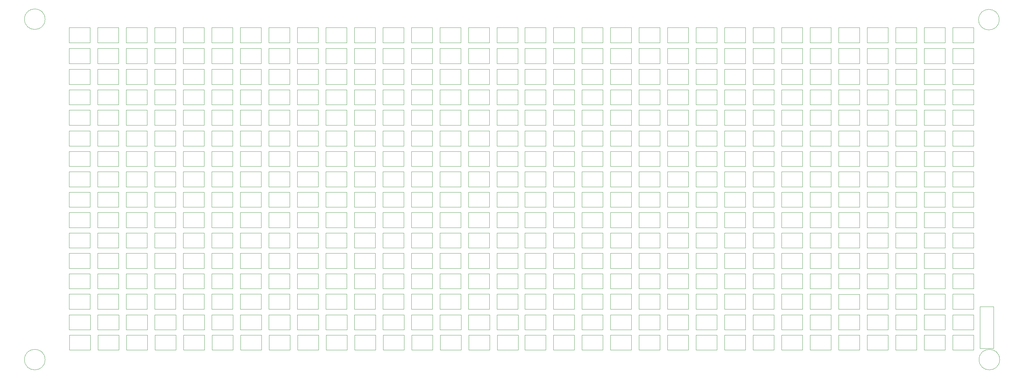
<source format=gbr>
G04 #@! TF.GenerationSoftware,KiCad,Pcbnew,(5.1.5-0-10_14)*
G04 #@! TF.CreationDate,2020-03-13T19:41:52-07:00*
G04 #@! TF.ProjectId,SpectrumAnayzerMini32Horz,53706563-7472-4756-9d41-6e61797a6572,rev?*
G04 #@! TF.SameCoordinates,Original*
G04 #@! TF.FileFunction,Other,User*
%FSLAX46Y46*%
G04 Gerber Fmt 4.6, Leading zero omitted, Abs format (unit mm)*
G04 Created by KiCad (PCBNEW (5.1.5-0-10_14)) date 2020-03-13 19:41:52*
%MOMM*%
%LPD*%
G04 APERTURE LIST*
%ADD10C,0.050000*%
G04 APERTURE END LIST*
D10*
X279739500Y-106975500D02*
X276139500Y-106975500D01*
X279739500Y-118175500D02*
X279739500Y-106975500D01*
X276139500Y-118175500D02*
X279739500Y-118175500D01*
X276139500Y-106975500D02*
X276139500Y-118175500D01*
X281388000Y-121158000D02*
G75*
G03X281388000Y-121158000I-2750000J0D01*
G01*
X26372000Y-29972000D02*
G75*
G03X26372000Y-29972000I-2750000J0D01*
G01*
X281261000Y-30099000D02*
G75*
G03X281261000Y-30099000I-2750000J0D01*
G01*
X26372000Y-121158000D02*
G75*
G03X26372000Y-121158000I-2750000J0D01*
G01*
X274453000Y-118586000D02*
X274453000Y-114586000D01*
X274453000Y-114586000D02*
X268853000Y-114586000D01*
X268853000Y-114586000D02*
X268853000Y-118586000D01*
X268853000Y-118586000D02*
X274453000Y-118586000D01*
X266833000Y-118586000D02*
X266833000Y-114586000D01*
X266833000Y-114586000D02*
X261233000Y-114586000D01*
X261233000Y-114586000D02*
X261233000Y-118586000D01*
X261233000Y-118586000D02*
X266833000Y-118586000D01*
X259213000Y-118586000D02*
X259213000Y-114586000D01*
X259213000Y-114586000D02*
X253613000Y-114586000D01*
X253613000Y-114586000D02*
X253613000Y-118586000D01*
X253613000Y-118586000D02*
X259213000Y-118586000D01*
X251593000Y-118586000D02*
X251593000Y-114586000D01*
X251593000Y-114586000D02*
X245993000Y-114586000D01*
X245993000Y-114586000D02*
X245993000Y-118586000D01*
X245993000Y-118586000D02*
X251593000Y-118586000D01*
X243973000Y-118586000D02*
X243973000Y-114586000D01*
X243973000Y-114586000D02*
X238373000Y-114586000D01*
X238373000Y-114586000D02*
X238373000Y-118586000D01*
X238373000Y-118586000D02*
X243973000Y-118586000D01*
X236353000Y-118586000D02*
X236353000Y-114586000D01*
X236353000Y-114586000D02*
X230753000Y-114586000D01*
X230753000Y-114586000D02*
X230753000Y-118586000D01*
X230753000Y-118586000D02*
X236353000Y-118586000D01*
X228733000Y-118586000D02*
X228733000Y-114586000D01*
X228733000Y-114586000D02*
X223133000Y-114586000D01*
X223133000Y-114586000D02*
X223133000Y-118586000D01*
X223133000Y-118586000D02*
X228733000Y-118586000D01*
X221113000Y-118586000D02*
X221113000Y-114586000D01*
X221113000Y-114586000D02*
X215513000Y-114586000D01*
X215513000Y-114586000D02*
X215513000Y-118586000D01*
X215513000Y-118586000D02*
X221113000Y-118586000D01*
X213493000Y-118586000D02*
X213493000Y-114586000D01*
X213493000Y-114586000D02*
X207893000Y-114586000D01*
X207893000Y-114586000D02*
X207893000Y-118586000D01*
X207893000Y-118586000D02*
X213493000Y-118586000D01*
X205873000Y-118586000D02*
X205873000Y-114586000D01*
X205873000Y-114586000D02*
X200273000Y-114586000D01*
X200273000Y-114586000D02*
X200273000Y-118586000D01*
X200273000Y-118586000D02*
X205873000Y-118586000D01*
X198253000Y-118586000D02*
X198253000Y-114586000D01*
X198253000Y-114586000D02*
X192653000Y-114586000D01*
X192653000Y-114586000D02*
X192653000Y-118586000D01*
X192653000Y-118586000D02*
X198253000Y-118586000D01*
X190633000Y-118586000D02*
X190633000Y-114586000D01*
X190633000Y-114586000D02*
X185033000Y-114586000D01*
X185033000Y-114586000D02*
X185033000Y-118586000D01*
X185033000Y-118586000D02*
X190633000Y-118586000D01*
X183013000Y-118586000D02*
X183013000Y-114586000D01*
X183013000Y-114586000D02*
X177413000Y-114586000D01*
X177413000Y-114586000D02*
X177413000Y-118586000D01*
X177413000Y-118586000D02*
X183013000Y-118586000D01*
X175393000Y-118586000D02*
X175393000Y-114586000D01*
X175393000Y-114586000D02*
X169793000Y-114586000D01*
X169793000Y-114586000D02*
X169793000Y-118586000D01*
X169793000Y-118586000D02*
X175393000Y-118586000D01*
X167773000Y-118586000D02*
X167773000Y-114586000D01*
X167773000Y-114586000D02*
X162173000Y-114586000D01*
X162173000Y-114586000D02*
X162173000Y-118586000D01*
X162173000Y-118586000D02*
X167773000Y-118586000D01*
X160153000Y-118586000D02*
X160153000Y-114586000D01*
X160153000Y-114586000D02*
X154553000Y-114586000D01*
X154553000Y-114586000D02*
X154553000Y-118586000D01*
X154553000Y-118586000D02*
X160153000Y-118586000D01*
X152787000Y-118586000D02*
X152787000Y-114586000D01*
X152787000Y-114586000D02*
X147187000Y-114586000D01*
X147187000Y-114586000D02*
X147187000Y-118586000D01*
X147187000Y-118586000D02*
X152787000Y-118586000D01*
X145167000Y-118586000D02*
X145167000Y-114586000D01*
X145167000Y-114586000D02*
X139567000Y-114586000D01*
X139567000Y-114586000D02*
X139567000Y-118586000D01*
X139567000Y-118586000D02*
X145167000Y-118586000D01*
X137547000Y-118586000D02*
X137547000Y-114586000D01*
X137547000Y-114586000D02*
X131947000Y-114586000D01*
X131947000Y-114586000D02*
X131947000Y-118586000D01*
X131947000Y-118586000D02*
X137547000Y-118586000D01*
X129927000Y-118586000D02*
X129927000Y-114586000D01*
X129927000Y-114586000D02*
X124327000Y-114586000D01*
X124327000Y-114586000D02*
X124327000Y-118586000D01*
X124327000Y-118586000D02*
X129927000Y-118586000D01*
X122307000Y-118586000D02*
X122307000Y-114586000D01*
X122307000Y-114586000D02*
X116707000Y-114586000D01*
X116707000Y-114586000D02*
X116707000Y-118586000D01*
X116707000Y-118586000D02*
X122307000Y-118586000D01*
X114687000Y-118586000D02*
X114687000Y-114586000D01*
X114687000Y-114586000D02*
X109087000Y-114586000D01*
X109087000Y-114586000D02*
X109087000Y-118586000D01*
X109087000Y-118586000D02*
X114687000Y-118586000D01*
X107067000Y-118586000D02*
X107067000Y-114586000D01*
X107067000Y-114586000D02*
X101467000Y-114586000D01*
X101467000Y-114586000D02*
X101467000Y-118586000D01*
X101467000Y-118586000D02*
X107067000Y-118586000D01*
X99447000Y-118586000D02*
X99447000Y-114586000D01*
X99447000Y-114586000D02*
X93847000Y-114586000D01*
X93847000Y-114586000D02*
X93847000Y-118586000D01*
X93847000Y-118586000D02*
X99447000Y-118586000D01*
X91827000Y-118586000D02*
X91827000Y-114586000D01*
X91827000Y-114586000D02*
X86227000Y-114586000D01*
X86227000Y-114586000D02*
X86227000Y-118586000D01*
X86227000Y-118586000D02*
X91827000Y-118586000D01*
X84207000Y-118586000D02*
X84207000Y-114586000D01*
X84207000Y-114586000D02*
X78607000Y-114586000D01*
X78607000Y-114586000D02*
X78607000Y-118586000D01*
X78607000Y-118586000D02*
X84207000Y-118586000D01*
X76587000Y-118586000D02*
X76587000Y-114586000D01*
X76587000Y-114586000D02*
X70987000Y-114586000D01*
X70987000Y-114586000D02*
X70987000Y-118586000D01*
X70987000Y-118586000D02*
X76587000Y-118586000D01*
X68967000Y-118586000D02*
X68967000Y-114586000D01*
X68967000Y-114586000D02*
X63367000Y-114586000D01*
X63367000Y-114586000D02*
X63367000Y-118586000D01*
X63367000Y-118586000D02*
X68967000Y-118586000D01*
X61347000Y-118586000D02*
X61347000Y-114586000D01*
X61347000Y-114586000D02*
X55747000Y-114586000D01*
X55747000Y-114586000D02*
X55747000Y-118586000D01*
X55747000Y-118586000D02*
X61347000Y-118586000D01*
X53727000Y-118586000D02*
X53727000Y-114586000D01*
X53727000Y-114586000D02*
X48127000Y-114586000D01*
X48127000Y-114586000D02*
X48127000Y-118586000D01*
X48127000Y-118586000D02*
X53727000Y-118586000D01*
X46107000Y-118586000D02*
X46107000Y-114586000D01*
X46107000Y-114586000D02*
X40507000Y-114586000D01*
X40507000Y-114586000D02*
X40507000Y-118586000D01*
X40507000Y-118586000D02*
X46107000Y-118586000D01*
X38487000Y-118586000D02*
X38487000Y-114586000D01*
X38487000Y-114586000D02*
X32887000Y-114586000D01*
X32887000Y-114586000D02*
X32887000Y-118586000D01*
X32887000Y-118586000D02*
X38487000Y-118586000D01*
X274453000Y-113125000D02*
X274453000Y-109125000D01*
X274453000Y-109125000D02*
X268853000Y-109125000D01*
X268853000Y-109125000D02*
X268853000Y-113125000D01*
X268853000Y-113125000D02*
X274453000Y-113125000D01*
X266833000Y-113125000D02*
X266833000Y-109125000D01*
X266833000Y-109125000D02*
X261233000Y-109125000D01*
X261233000Y-109125000D02*
X261233000Y-113125000D01*
X261233000Y-113125000D02*
X266833000Y-113125000D01*
X259213000Y-113125000D02*
X259213000Y-109125000D01*
X259213000Y-109125000D02*
X253613000Y-109125000D01*
X253613000Y-109125000D02*
X253613000Y-113125000D01*
X253613000Y-113125000D02*
X259213000Y-113125000D01*
X251593000Y-113125000D02*
X251593000Y-109125000D01*
X251593000Y-109125000D02*
X245993000Y-109125000D01*
X245993000Y-109125000D02*
X245993000Y-113125000D01*
X245993000Y-113125000D02*
X251593000Y-113125000D01*
X243973000Y-113125000D02*
X243973000Y-109125000D01*
X243973000Y-109125000D02*
X238373000Y-109125000D01*
X238373000Y-109125000D02*
X238373000Y-113125000D01*
X238373000Y-113125000D02*
X243973000Y-113125000D01*
X236353000Y-113125000D02*
X236353000Y-109125000D01*
X236353000Y-109125000D02*
X230753000Y-109125000D01*
X230753000Y-109125000D02*
X230753000Y-113125000D01*
X230753000Y-113125000D02*
X236353000Y-113125000D01*
X228733000Y-113125000D02*
X228733000Y-109125000D01*
X228733000Y-109125000D02*
X223133000Y-109125000D01*
X223133000Y-109125000D02*
X223133000Y-113125000D01*
X223133000Y-113125000D02*
X228733000Y-113125000D01*
X221113000Y-113125000D02*
X221113000Y-109125000D01*
X221113000Y-109125000D02*
X215513000Y-109125000D01*
X215513000Y-109125000D02*
X215513000Y-113125000D01*
X215513000Y-113125000D02*
X221113000Y-113125000D01*
X213493000Y-113125000D02*
X213493000Y-109125000D01*
X213493000Y-109125000D02*
X207893000Y-109125000D01*
X207893000Y-109125000D02*
X207893000Y-113125000D01*
X207893000Y-113125000D02*
X213493000Y-113125000D01*
X205873000Y-113125000D02*
X205873000Y-109125000D01*
X205873000Y-109125000D02*
X200273000Y-109125000D01*
X200273000Y-109125000D02*
X200273000Y-113125000D01*
X200273000Y-113125000D02*
X205873000Y-113125000D01*
X198253000Y-113125000D02*
X198253000Y-109125000D01*
X198253000Y-109125000D02*
X192653000Y-109125000D01*
X192653000Y-109125000D02*
X192653000Y-113125000D01*
X192653000Y-113125000D02*
X198253000Y-113125000D01*
X190633000Y-113125000D02*
X190633000Y-109125000D01*
X190633000Y-109125000D02*
X185033000Y-109125000D01*
X185033000Y-109125000D02*
X185033000Y-113125000D01*
X185033000Y-113125000D02*
X190633000Y-113125000D01*
X183013000Y-113125000D02*
X183013000Y-109125000D01*
X183013000Y-109125000D02*
X177413000Y-109125000D01*
X177413000Y-109125000D02*
X177413000Y-113125000D01*
X177413000Y-113125000D02*
X183013000Y-113125000D01*
X175393000Y-113125000D02*
X175393000Y-109125000D01*
X175393000Y-109125000D02*
X169793000Y-109125000D01*
X169793000Y-109125000D02*
X169793000Y-113125000D01*
X169793000Y-113125000D02*
X175393000Y-113125000D01*
X167773000Y-113125000D02*
X167773000Y-109125000D01*
X167773000Y-109125000D02*
X162173000Y-109125000D01*
X162173000Y-109125000D02*
X162173000Y-113125000D01*
X162173000Y-113125000D02*
X167773000Y-113125000D01*
X160153000Y-113125000D02*
X160153000Y-109125000D01*
X160153000Y-109125000D02*
X154553000Y-109125000D01*
X154553000Y-109125000D02*
X154553000Y-113125000D01*
X154553000Y-113125000D02*
X160153000Y-113125000D01*
X152723500Y-113125000D02*
X152723500Y-109125000D01*
X152723500Y-109125000D02*
X147123500Y-109125000D01*
X147123500Y-109125000D02*
X147123500Y-113125000D01*
X147123500Y-113125000D02*
X152723500Y-113125000D01*
X145103500Y-113125000D02*
X145103500Y-109125000D01*
X145103500Y-109125000D02*
X139503500Y-109125000D01*
X139503500Y-109125000D02*
X139503500Y-113125000D01*
X139503500Y-113125000D02*
X145103500Y-113125000D01*
X137483500Y-113125000D02*
X137483500Y-109125000D01*
X137483500Y-109125000D02*
X131883500Y-109125000D01*
X131883500Y-109125000D02*
X131883500Y-113125000D01*
X131883500Y-113125000D02*
X137483500Y-113125000D01*
X129863500Y-113125000D02*
X129863500Y-109125000D01*
X129863500Y-109125000D02*
X124263500Y-109125000D01*
X124263500Y-109125000D02*
X124263500Y-113125000D01*
X124263500Y-113125000D02*
X129863500Y-113125000D01*
X122243500Y-113125000D02*
X122243500Y-109125000D01*
X122243500Y-109125000D02*
X116643500Y-109125000D01*
X116643500Y-109125000D02*
X116643500Y-113125000D01*
X116643500Y-113125000D02*
X122243500Y-113125000D01*
X114623500Y-113125000D02*
X114623500Y-109125000D01*
X114623500Y-109125000D02*
X109023500Y-109125000D01*
X109023500Y-109125000D02*
X109023500Y-113125000D01*
X109023500Y-113125000D02*
X114623500Y-113125000D01*
X107003500Y-113125000D02*
X107003500Y-109125000D01*
X107003500Y-109125000D02*
X101403500Y-109125000D01*
X101403500Y-109125000D02*
X101403500Y-113125000D01*
X101403500Y-113125000D02*
X107003500Y-113125000D01*
X99383500Y-113125000D02*
X99383500Y-109125000D01*
X99383500Y-109125000D02*
X93783500Y-109125000D01*
X93783500Y-109125000D02*
X93783500Y-113125000D01*
X93783500Y-113125000D02*
X99383500Y-113125000D01*
X91763500Y-113125000D02*
X91763500Y-109125000D01*
X91763500Y-109125000D02*
X86163500Y-109125000D01*
X86163500Y-109125000D02*
X86163500Y-113125000D01*
X86163500Y-113125000D02*
X91763500Y-113125000D01*
X84143500Y-113125000D02*
X84143500Y-109125000D01*
X84143500Y-109125000D02*
X78543500Y-109125000D01*
X78543500Y-109125000D02*
X78543500Y-113125000D01*
X78543500Y-113125000D02*
X84143500Y-113125000D01*
X76523500Y-113125000D02*
X76523500Y-109125000D01*
X76523500Y-109125000D02*
X70923500Y-109125000D01*
X70923500Y-109125000D02*
X70923500Y-113125000D01*
X70923500Y-113125000D02*
X76523500Y-113125000D01*
X68903500Y-113125000D02*
X68903500Y-109125000D01*
X68903500Y-109125000D02*
X63303500Y-109125000D01*
X63303500Y-109125000D02*
X63303500Y-113125000D01*
X63303500Y-113125000D02*
X68903500Y-113125000D01*
X61283500Y-113125000D02*
X61283500Y-109125000D01*
X61283500Y-109125000D02*
X55683500Y-109125000D01*
X55683500Y-109125000D02*
X55683500Y-113125000D01*
X55683500Y-113125000D02*
X61283500Y-113125000D01*
X53663500Y-113125000D02*
X53663500Y-109125000D01*
X53663500Y-109125000D02*
X48063500Y-109125000D01*
X48063500Y-109125000D02*
X48063500Y-113125000D01*
X48063500Y-113125000D02*
X53663500Y-113125000D01*
X46043500Y-113125000D02*
X46043500Y-109125000D01*
X46043500Y-109125000D02*
X40443500Y-109125000D01*
X40443500Y-109125000D02*
X40443500Y-113125000D01*
X40443500Y-113125000D02*
X46043500Y-113125000D01*
X38423500Y-113125000D02*
X38423500Y-109125000D01*
X38423500Y-109125000D02*
X32823500Y-109125000D01*
X32823500Y-109125000D02*
X32823500Y-113125000D01*
X32823500Y-113125000D02*
X38423500Y-113125000D01*
X274453000Y-107600500D02*
X274453000Y-103600500D01*
X274453000Y-103600500D02*
X268853000Y-103600500D01*
X268853000Y-103600500D02*
X268853000Y-107600500D01*
X268853000Y-107600500D02*
X274453000Y-107600500D01*
X266833000Y-107600500D02*
X266833000Y-103600500D01*
X266833000Y-103600500D02*
X261233000Y-103600500D01*
X261233000Y-103600500D02*
X261233000Y-107600500D01*
X261233000Y-107600500D02*
X266833000Y-107600500D01*
X259213000Y-107600500D02*
X259213000Y-103600500D01*
X259213000Y-103600500D02*
X253613000Y-103600500D01*
X253613000Y-103600500D02*
X253613000Y-107600500D01*
X253613000Y-107600500D02*
X259213000Y-107600500D01*
X251593000Y-107600500D02*
X251593000Y-103600500D01*
X251593000Y-103600500D02*
X245993000Y-103600500D01*
X245993000Y-103600500D02*
X245993000Y-107600500D01*
X245993000Y-107600500D02*
X251593000Y-107600500D01*
X243973000Y-107660500D02*
X243973000Y-103660500D01*
X243973000Y-103660500D02*
X238373000Y-103660500D01*
X238373000Y-103660500D02*
X238373000Y-107660500D01*
X238373000Y-107660500D02*
X243973000Y-107660500D01*
X236353000Y-107600500D02*
X236353000Y-103600500D01*
X236353000Y-103600500D02*
X230753000Y-103600500D01*
X230753000Y-103600500D02*
X230753000Y-107600500D01*
X230753000Y-107600500D02*
X236353000Y-107600500D01*
X228733000Y-107600500D02*
X228733000Y-103600500D01*
X228733000Y-103600500D02*
X223133000Y-103600500D01*
X223133000Y-103600500D02*
X223133000Y-107600500D01*
X223133000Y-107600500D02*
X228733000Y-107600500D01*
X221113000Y-107600500D02*
X221113000Y-103600500D01*
X221113000Y-103600500D02*
X215513000Y-103600500D01*
X215513000Y-103600500D02*
X215513000Y-107600500D01*
X215513000Y-107600500D02*
X221113000Y-107600500D01*
X213493000Y-107600500D02*
X213493000Y-103600500D01*
X213493000Y-103600500D02*
X207893000Y-103600500D01*
X207893000Y-103600500D02*
X207893000Y-107600500D01*
X207893000Y-107600500D02*
X213493000Y-107600500D01*
X205873000Y-107600500D02*
X205873000Y-103600500D01*
X205873000Y-103600500D02*
X200273000Y-103600500D01*
X200273000Y-103600500D02*
X200273000Y-107600500D01*
X200273000Y-107600500D02*
X205873000Y-107600500D01*
X198253000Y-107600500D02*
X198253000Y-103600500D01*
X198253000Y-103600500D02*
X192653000Y-103600500D01*
X192653000Y-103600500D02*
X192653000Y-107600500D01*
X192653000Y-107600500D02*
X198253000Y-107600500D01*
X190633000Y-107600500D02*
X190633000Y-103600500D01*
X190633000Y-103600500D02*
X185033000Y-103600500D01*
X185033000Y-103600500D02*
X185033000Y-107600500D01*
X185033000Y-107600500D02*
X190633000Y-107600500D01*
X183013000Y-107600500D02*
X183013000Y-103600500D01*
X183013000Y-103600500D02*
X177413000Y-103600500D01*
X177413000Y-103600500D02*
X177413000Y-107600500D01*
X177413000Y-107600500D02*
X183013000Y-107600500D01*
X175393000Y-107600500D02*
X175393000Y-103600500D01*
X175393000Y-103600500D02*
X169793000Y-103600500D01*
X169793000Y-103600500D02*
X169793000Y-107600500D01*
X169793000Y-107600500D02*
X175393000Y-107600500D01*
X167773000Y-107600500D02*
X167773000Y-103600500D01*
X167773000Y-103600500D02*
X162173000Y-103600500D01*
X162173000Y-103600500D02*
X162173000Y-107600500D01*
X162173000Y-107600500D02*
X167773000Y-107600500D01*
X160153000Y-107600500D02*
X160153000Y-103600500D01*
X160153000Y-103600500D02*
X154553000Y-103600500D01*
X154553000Y-103600500D02*
X154553000Y-107600500D01*
X154553000Y-107600500D02*
X160153000Y-107600500D01*
X152660000Y-107600500D02*
X152660000Y-103600500D01*
X152660000Y-103600500D02*
X147060000Y-103600500D01*
X147060000Y-103600500D02*
X147060000Y-107600500D01*
X147060000Y-107600500D02*
X152660000Y-107600500D01*
X145040000Y-107600500D02*
X145040000Y-103600500D01*
X145040000Y-103600500D02*
X139440000Y-103600500D01*
X139440000Y-103600500D02*
X139440000Y-107600500D01*
X139440000Y-107600500D02*
X145040000Y-107600500D01*
X137420000Y-107600500D02*
X137420000Y-103600500D01*
X137420000Y-103600500D02*
X131820000Y-103600500D01*
X131820000Y-103600500D02*
X131820000Y-107600500D01*
X131820000Y-107600500D02*
X137420000Y-107600500D01*
X129800000Y-107600500D02*
X129800000Y-103600500D01*
X129800000Y-103600500D02*
X124200000Y-103600500D01*
X124200000Y-103600500D02*
X124200000Y-107600500D01*
X124200000Y-107600500D02*
X129800000Y-107600500D01*
X122180000Y-107600500D02*
X122180000Y-103600500D01*
X122180000Y-103600500D02*
X116580000Y-103600500D01*
X116580000Y-103600500D02*
X116580000Y-107600500D01*
X116580000Y-107600500D02*
X122180000Y-107600500D01*
X114560000Y-107600500D02*
X114560000Y-103600500D01*
X114560000Y-103600500D02*
X108960000Y-103600500D01*
X108960000Y-103600500D02*
X108960000Y-107600500D01*
X108960000Y-107600500D02*
X114560000Y-107600500D01*
X106940000Y-107600500D02*
X106940000Y-103600500D01*
X106940000Y-103600500D02*
X101340000Y-103600500D01*
X101340000Y-103600500D02*
X101340000Y-107600500D01*
X101340000Y-107600500D02*
X106940000Y-107600500D01*
X99320000Y-107600500D02*
X99320000Y-103600500D01*
X99320000Y-103600500D02*
X93720000Y-103600500D01*
X93720000Y-103600500D02*
X93720000Y-107600500D01*
X93720000Y-107600500D02*
X99320000Y-107600500D01*
X91700000Y-107600500D02*
X91700000Y-103600500D01*
X91700000Y-103600500D02*
X86100000Y-103600500D01*
X86100000Y-103600500D02*
X86100000Y-107600500D01*
X86100000Y-107600500D02*
X91700000Y-107600500D01*
X84080000Y-107600500D02*
X84080000Y-103600500D01*
X84080000Y-103600500D02*
X78480000Y-103600500D01*
X78480000Y-103600500D02*
X78480000Y-107600500D01*
X78480000Y-107600500D02*
X84080000Y-107600500D01*
X76460000Y-107600500D02*
X76460000Y-103600500D01*
X76460000Y-103600500D02*
X70860000Y-103600500D01*
X70860000Y-103600500D02*
X70860000Y-107600500D01*
X70860000Y-107600500D02*
X76460000Y-107600500D01*
X68840000Y-107600500D02*
X68840000Y-103600500D01*
X68840000Y-103600500D02*
X63240000Y-103600500D01*
X63240000Y-103600500D02*
X63240000Y-107600500D01*
X63240000Y-107600500D02*
X68840000Y-107600500D01*
X61220000Y-107600500D02*
X61220000Y-103600500D01*
X61220000Y-103600500D02*
X55620000Y-103600500D01*
X55620000Y-103600500D02*
X55620000Y-107600500D01*
X55620000Y-107600500D02*
X61220000Y-107600500D01*
X53600000Y-107600500D02*
X53600000Y-103600500D01*
X53600000Y-103600500D02*
X48000000Y-103600500D01*
X48000000Y-103600500D02*
X48000000Y-107600500D01*
X48000000Y-107600500D02*
X53600000Y-107600500D01*
X45980000Y-107600500D02*
X45980000Y-103600500D01*
X45980000Y-103600500D02*
X40380000Y-103600500D01*
X40380000Y-103600500D02*
X40380000Y-107600500D01*
X40380000Y-107600500D02*
X45980000Y-107600500D01*
X38360000Y-107600500D02*
X38360000Y-103600500D01*
X38360000Y-103600500D02*
X32760000Y-103600500D01*
X32760000Y-103600500D02*
X32760000Y-107600500D01*
X32760000Y-107600500D02*
X38360000Y-107600500D01*
X274453000Y-102139500D02*
X274453000Y-98139500D01*
X274453000Y-98139500D02*
X268853000Y-98139500D01*
X268853000Y-98139500D02*
X268853000Y-102139500D01*
X268853000Y-102139500D02*
X274453000Y-102139500D01*
X266833000Y-102139500D02*
X266833000Y-98139500D01*
X266833000Y-98139500D02*
X261233000Y-98139500D01*
X261233000Y-98139500D02*
X261233000Y-102139500D01*
X261233000Y-102139500D02*
X266833000Y-102139500D01*
X259213000Y-102139500D02*
X259213000Y-98139500D01*
X259213000Y-98139500D02*
X253613000Y-98139500D01*
X253613000Y-98139500D02*
X253613000Y-102139500D01*
X253613000Y-102139500D02*
X259213000Y-102139500D01*
X251593000Y-102139500D02*
X251593000Y-98139500D01*
X251593000Y-98139500D02*
X245993000Y-98139500D01*
X245993000Y-98139500D02*
X245993000Y-102139500D01*
X245993000Y-102139500D02*
X251593000Y-102139500D01*
X243973000Y-102139500D02*
X243973000Y-98139500D01*
X243973000Y-98139500D02*
X238373000Y-98139500D01*
X238373000Y-98139500D02*
X238373000Y-102139500D01*
X238373000Y-102139500D02*
X243973000Y-102139500D01*
X236353000Y-102139500D02*
X236353000Y-98139500D01*
X236353000Y-98139500D02*
X230753000Y-98139500D01*
X230753000Y-98139500D02*
X230753000Y-102139500D01*
X230753000Y-102139500D02*
X236353000Y-102139500D01*
X228733000Y-102139500D02*
X228733000Y-98139500D01*
X228733000Y-98139500D02*
X223133000Y-98139500D01*
X223133000Y-98139500D02*
X223133000Y-102139500D01*
X223133000Y-102139500D02*
X228733000Y-102139500D01*
X221113000Y-102139500D02*
X221113000Y-98139500D01*
X221113000Y-98139500D02*
X215513000Y-98139500D01*
X215513000Y-98139500D02*
X215513000Y-102139500D01*
X215513000Y-102139500D02*
X221113000Y-102139500D01*
X213493000Y-102139500D02*
X213493000Y-98139500D01*
X213493000Y-98139500D02*
X207893000Y-98139500D01*
X207893000Y-98139500D02*
X207893000Y-102139500D01*
X207893000Y-102139500D02*
X213493000Y-102139500D01*
X205873000Y-102139500D02*
X205873000Y-98139500D01*
X205873000Y-98139500D02*
X200273000Y-98139500D01*
X200273000Y-98139500D02*
X200273000Y-102139500D01*
X200273000Y-102139500D02*
X205873000Y-102139500D01*
X198253000Y-102139500D02*
X198253000Y-98139500D01*
X198253000Y-98139500D02*
X192653000Y-98139500D01*
X192653000Y-98139500D02*
X192653000Y-102139500D01*
X192653000Y-102139500D02*
X198253000Y-102139500D01*
X190633000Y-102139500D02*
X190633000Y-98139500D01*
X190633000Y-98139500D02*
X185033000Y-98139500D01*
X185033000Y-98139500D02*
X185033000Y-102139500D01*
X185033000Y-102139500D02*
X190633000Y-102139500D01*
X183013000Y-102139500D02*
X183013000Y-98139500D01*
X183013000Y-98139500D02*
X177413000Y-98139500D01*
X177413000Y-98139500D02*
X177413000Y-102139500D01*
X177413000Y-102139500D02*
X183013000Y-102139500D01*
X175393000Y-102139500D02*
X175393000Y-98139500D01*
X175393000Y-98139500D02*
X169793000Y-98139500D01*
X169793000Y-98139500D02*
X169793000Y-102139500D01*
X169793000Y-102139500D02*
X175393000Y-102139500D01*
X167773000Y-102139500D02*
X167773000Y-98139500D01*
X167773000Y-98139500D02*
X162173000Y-98139500D01*
X162173000Y-98139500D02*
X162173000Y-102139500D01*
X162173000Y-102139500D02*
X167773000Y-102139500D01*
X160153000Y-102139500D02*
X160153000Y-98139500D01*
X160153000Y-98139500D02*
X154553000Y-98139500D01*
X154553000Y-98139500D02*
X154553000Y-102139500D01*
X154553000Y-102139500D02*
X160153000Y-102139500D01*
X152660000Y-102139500D02*
X152660000Y-98139500D01*
X152660000Y-98139500D02*
X147060000Y-98139500D01*
X147060000Y-98139500D02*
X147060000Y-102139500D01*
X147060000Y-102139500D02*
X152660000Y-102139500D01*
X145040000Y-102139500D02*
X145040000Y-98139500D01*
X145040000Y-98139500D02*
X139440000Y-98139500D01*
X139440000Y-98139500D02*
X139440000Y-102139500D01*
X139440000Y-102139500D02*
X145040000Y-102139500D01*
X137420000Y-102139500D02*
X137420000Y-98139500D01*
X137420000Y-98139500D02*
X131820000Y-98139500D01*
X131820000Y-98139500D02*
X131820000Y-102139500D01*
X131820000Y-102139500D02*
X137420000Y-102139500D01*
X129800000Y-102139500D02*
X129800000Y-98139500D01*
X129800000Y-98139500D02*
X124200000Y-98139500D01*
X124200000Y-98139500D02*
X124200000Y-102139500D01*
X124200000Y-102139500D02*
X129800000Y-102139500D01*
X122180000Y-102139500D02*
X122180000Y-98139500D01*
X122180000Y-98139500D02*
X116580000Y-98139500D01*
X116580000Y-98139500D02*
X116580000Y-102139500D01*
X116580000Y-102139500D02*
X122180000Y-102139500D01*
X114560000Y-102139500D02*
X114560000Y-98139500D01*
X114560000Y-98139500D02*
X108960000Y-98139500D01*
X108960000Y-98139500D02*
X108960000Y-102139500D01*
X108960000Y-102139500D02*
X114560000Y-102139500D01*
X106940000Y-102139500D02*
X106940000Y-98139500D01*
X106940000Y-98139500D02*
X101340000Y-98139500D01*
X101340000Y-98139500D02*
X101340000Y-102139500D01*
X101340000Y-102139500D02*
X106940000Y-102139500D01*
X99320000Y-102139500D02*
X99320000Y-98139500D01*
X99320000Y-98139500D02*
X93720000Y-98139500D01*
X93720000Y-98139500D02*
X93720000Y-102139500D01*
X93720000Y-102139500D02*
X99320000Y-102139500D01*
X91700000Y-102139500D02*
X91700000Y-98139500D01*
X91700000Y-98139500D02*
X86100000Y-98139500D01*
X86100000Y-98139500D02*
X86100000Y-102139500D01*
X86100000Y-102139500D02*
X91700000Y-102139500D01*
X84080000Y-102139500D02*
X84080000Y-98139500D01*
X84080000Y-98139500D02*
X78480000Y-98139500D01*
X78480000Y-98139500D02*
X78480000Y-102139500D01*
X78480000Y-102139500D02*
X84080000Y-102139500D01*
X76460000Y-102139500D02*
X76460000Y-98139500D01*
X76460000Y-98139500D02*
X70860000Y-98139500D01*
X70860000Y-98139500D02*
X70860000Y-102139500D01*
X70860000Y-102139500D02*
X76460000Y-102139500D01*
X68840000Y-102139500D02*
X68840000Y-98139500D01*
X68840000Y-98139500D02*
X63240000Y-98139500D01*
X63240000Y-98139500D02*
X63240000Y-102139500D01*
X63240000Y-102139500D02*
X68840000Y-102139500D01*
X61220000Y-102139500D02*
X61220000Y-98139500D01*
X61220000Y-98139500D02*
X55620000Y-98139500D01*
X55620000Y-98139500D02*
X55620000Y-102139500D01*
X55620000Y-102139500D02*
X61220000Y-102139500D01*
X53600000Y-102139500D02*
X53600000Y-98139500D01*
X53600000Y-98139500D02*
X48000000Y-98139500D01*
X48000000Y-98139500D02*
X48000000Y-102139500D01*
X48000000Y-102139500D02*
X53600000Y-102139500D01*
X45980000Y-102139500D02*
X45980000Y-98139500D01*
X45980000Y-98139500D02*
X40380000Y-98139500D01*
X40380000Y-98139500D02*
X40380000Y-102139500D01*
X40380000Y-102139500D02*
X45980000Y-102139500D01*
X38360000Y-102139500D02*
X38360000Y-98139500D01*
X38360000Y-98139500D02*
X32760000Y-98139500D01*
X32760000Y-98139500D02*
X32760000Y-102139500D01*
X32760000Y-102139500D02*
X38360000Y-102139500D01*
X274453000Y-96678500D02*
X274453000Y-92678500D01*
X274453000Y-92678500D02*
X268853000Y-92678500D01*
X268853000Y-92678500D02*
X268853000Y-96678500D01*
X268853000Y-96678500D02*
X274453000Y-96678500D01*
X266833000Y-96678500D02*
X266833000Y-92678500D01*
X266833000Y-92678500D02*
X261233000Y-92678500D01*
X261233000Y-92678500D02*
X261233000Y-96678500D01*
X261233000Y-96678500D02*
X266833000Y-96678500D01*
X259213000Y-96678500D02*
X259213000Y-92678500D01*
X259213000Y-92678500D02*
X253613000Y-92678500D01*
X253613000Y-92678500D02*
X253613000Y-96678500D01*
X253613000Y-96678500D02*
X259213000Y-96678500D01*
X251593000Y-96678500D02*
X251593000Y-92678500D01*
X251593000Y-92678500D02*
X245993000Y-92678500D01*
X245993000Y-92678500D02*
X245993000Y-96678500D01*
X245993000Y-96678500D02*
X251593000Y-96678500D01*
X243973000Y-96678500D02*
X243973000Y-92678500D01*
X243973000Y-92678500D02*
X238373000Y-92678500D01*
X238373000Y-92678500D02*
X238373000Y-96678500D01*
X238373000Y-96678500D02*
X243973000Y-96678500D01*
X236353000Y-96678500D02*
X236353000Y-92678500D01*
X236353000Y-92678500D02*
X230753000Y-92678500D01*
X230753000Y-92678500D02*
X230753000Y-96678500D01*
X230753000Y-96678500D02*
X236353000Y-96678500D01*
X228733000Y-96678500D02*
X228733000Y-92678500D01*
X228733000Y-92678500D02*
X223133000Y-92678500D01*
X223133000Y-92678500D02*
X223133000Y-96678500D01*
X223133000Y-96678500D02*
X228733000Y-96678500D01*
X221113000Y-96678500D02*
X221113000Y-92678500D01*
X221113000Y-92678500D02*
X215513000Y-92678500D01*
X215513000Y-92678500D02*
X215513000Y-96678500D01*
X215513000Y-96678500D02*
X221113000Y-96678500D01*
X213493000Y-96678500D02*
X213493000Y-92678500D01*
X213493000Y-92678500D02*
X207893000Y-92678500D01*
X207893000Y-92678500D02*
X207893000Y-96678500D01*
X207893000Y-96678500D02*
X213493000Y-96678500D01*
X205873000Y-96678500D02*
X205873000Y-92678500D01*
X205873000Y-92678500D02*
X200273000Y-92678500D01*
X200273000Y-92678500D02*
X200273000Y-96678500D01*
X200273000Y-96678500D02*
X205873000Y-96678500D01*
X198253000Y-96678500D02*
X198253000Y-92678500D01*
X198253000Y-92678500D02*
X192653000Y-92678500D01*
X192653000Y-92678500D02*
X192653000Y-96678500D01*
X192653000Y-96678500D02*
X198253000Y-96678500D01*
X190633000Y-96678500D02*
X190633000Y-92678500D01*
X190633000Y-92678500D02*
X185033000Y-92678500D01*
X185033000Y-92678500D02*
X185033000Y-96678500D01*
X185033000Y-96678500D02*
X190633000Y-96678500D01*
X183013000Y-96678500D02*
X183013000Y-92678500D01*
X183013000Y-92678500D02*
X177413000Y-92678500D01*
X177413000Y-92678500D02*
X177413000Y-96678500D01*
X177413000Y-96678500D02*
X183013000Y-96678500D01*
X175393000Y-96678500D02*
X175393000Y-92678500D01*
X175393000Y-92678500D02*
X169793000Y-92678500D01*
X169793000Y-92678500D02*
X169793000Y-96678500D01*
X169793000Y-96678500D02*
X175393000Y-96678500D01*
X167773000Y-96678500D02*
X167773000Y-92678500D01*
X167773000Y-92678500D02*
X162173000Y-92678500D01*
X162173000Y-92678500D02*
X162173000Y-96678500D01*
X162173000Y-96678500D02*
X167773000Y-96678500D01*
X160153000Y-96678500D02*
X160153000Y-92678500D01*
X160153000Y-92678500D02*
X154553000Y-92678500D01*
X154553000Y-92678500D02*
X154553000Y-96678500D01*
X154553000Y-96678500D02*
X160153000Y-96678500D01*
X152660000Y-96678500D02*
X152660000Y-92678500D01*
X152660000Y-92678500D02*
X147060000Y-92678500D01*
X147060000Y-92678500D02*
X147060000Y-96678500D01*
X147060000Y-96678500D02*
X152660000Y-96678500D01*
X145040000Y-96678500D02*
X145040000Y-92678500D01*
X145040000Y-92678500D02*
X139440000Y-92678500D01*
X139440000Y-92678500D02*
X139440000Y-96678500D01*
X139440000Y-96678500D02*
X145040000Y-96678500D01*
X137420000Y-96678500D02*
X137420000Y-92678500D01*
X137420000Y-92678500D02*
X131820000Y-92678500D01*
X131820000Y-92678500D02*
X131820000Y-96678500D01*
X131820000Y-96678500D02*
X137420000Y-96678500D01*
X129800000Y-96678500D02*
X129800000Y-92678500D01*
X129800000Y-92678500D02*
X124200000Y-92678500D01*
X124200000Y-92678500D02*
X124200000Y-96678500D01*
X124200000Y-96678500D02*
X129800000Y-96678500D01*
X122180000Y-96678500D02*
X122180000Y-92678500D01*
X122180000Y-92678500D02*
X116580000Y-92678500D01*
X116580000Y-92678500D02*
X116580000Y-96678500D01*
X116580000Y-96678500D02*
X122180000Y-96678500D01*
X114560000Y-96678500D02*
X114560000Y-92678500D01*
X114560000Y-92678500D02*
X108960000Y-92678500D01*
X108960000Y-92678500D02*
X108960000Y-96678500D01*
X108960000Y-96678500D02*
X114560000Y-96678500D01*
X106940000Y-96678500D02*
X106940000Y-92678500D01*
X106940000Y-92678500D02*
X101340000Y-92678500D01*
X101340000Y-92678500D02*
X101340000Y-96678500D01*
X101340000Y-96678500D02*
X106940000Y-96678500D01*
X99320000Y-96678500D02*
X99320000Y-92678500D01*
X99320000Y-92678500D02*
X93720000Y-92678500D01*
X93720000Y-92678500D02*
X93720000Y-96678500D01*
X93720000Y-96678500D02*
X99320000Y-96678500D01*
X91700000Y-96678500D02*
X91700000Y-92678500D01*
X91700000Y-92678500D02*
X86100000Y-92678500D01*
X86100000Y-92678500D02*
X86100000Y-96678500D01*
X86100000Y-96678500D02*
X91700000Y-96678500D01*
X84080000Y-96678500D02*
X84080000Y-92678500D01*
X84080000Y-92678500D02*
X78480000Y-92678500D01*
X78480000Y-92678500D02*
X78480000Y-96678500D01*
X78480000Y-96678500D02*
X84080000Y-96678500D01*
X76460000Y-96678500D02*
X76460000Y-92678500D01*
X76460000Y-92678500D02*
X70860000Y-92678500D01*
X70860000Y-92678500D02*
X70860000Y-96678500D01*
X70860000Y-96678500D02*
X76460000Y-96678500D01*
X68840000Y-96678500D02*
X68840000Y-92678500D01*
X68840000Y-92678500D02*
X63240000Y-92678500D01*
X63240000Y-92678500D02*
X63240000Y-96678500D01*
X63240000Y-96678500D02*
X68840000Y-96678500D01*
X61220000Y-96678500D02*
X61220000Y-92678500D01*
X61220000Y-92678500D02*
X55620000Y-92678500D01*
X55620000Y-92678500D02*
X55620000Y-96678500D01*
X55620000Y-96678500D02*
X61220000Y-96678500D01*
X53600000Y-96678500D02*
X53600000Y-92678500D01*
X53600000Y-92678500D02*
X48000000Y-92678500D01*
X48000000Y-92678500D02*
X48000000Y-96678500D01*
X48000000Y-96678500D02*
X53600000Y-96678500D01*
X45980000Y-96678500D02*
X45980000Y-92678500D01*
X45980000Y-92678500D02*
X40380000Y-92678500D01*
X40380000Y-92678500D02*
X40380000Y-96678500D01*
X40380000Y-96678500D02*
X45980000Y-96678500D01*
X38360000Y-96678500D02*
X38360000Y-92678500D01*
X38360000Y-92678500D02*
X32760000Y-92678500D01*
X32760000Y-92678500D02*
X32760000Y-96678500D01*
X32760000Y-96678500D02*
X38360000Y-96678500D01*
X274453000Y-91217500D02*
X274453000Y-87217500D01*
X274453000Y-87217500D02*
X268853000Y-87217500D01*
X268853000Y-87217500D02*
X268853000Y-91217500D01*
X268853000Y-91217500D02*
X274453000Y-91217500D01*
X266833000Y-91217500D02*
X266833000Y-87217500D01*
X266833000Y-87217500D02*
X261233000Y-87217500D01*
X261233000Y-87217500D02*
X261233000Y-91217500D01*
X261233000Y-91217500D02*
X266833000Y-91217500D01*
X259213000Y-91217500D02*
X259213000Y-87217500D01*
X259213000Y-87217500D02*
X253613000Y-87217500D01*
X253613000Y-87217500D02*
X253613000Y-91217500D01*
X253613000Y-91217500D02*
X259213000Y-91217500D01*
X251593000Y-91217500D02*
X251593000Y-87217500D01*
X251593000Y-87217500D02*
X245993000Y-87217500D01*
X245993000Y-87217500D02*
X245993000Y-91217500D01*
X245993000Y-91217500D02*
X251593000Y-91217500D01*
X243973000Y-91217500D02*
X243973000Y-87217500D01*
X243973000Y-87217500D02*
X238373000Y-87217500D01*
X238373000Y-87217500D02*
X238373000Y-91217500D01*
X238373000Y-91217500D02*
X243973000Y-91217500D01*
X236353000Y-91217500D02*
X236353000Y-87217500D01*
X236353000Y-87217500D02*
X230753000Y-87217500D01*
X230753000Y-87217500D02*
X230753000Y-91217500D01*
X230753000Y-91217500D02*
X236353000Y-91217500D01*
X228733000Y-91217500D02*
X228733000Y-87217500D01*
X228733000Y-87217500D02*
X223133000Y-87217500D01*
X223133000Y-87217500D02*
X223133000Y-91217500D01*
X223133000Y-91217500D02*
X228733000Y-91217500D01*
X221113000Y-91217500D02*
X221113000Y-87217500D01*
X221113000Y-87217500D02*
X215513000Y-87217500D01*
X215513000Y-87217500D02*
X215513000Y-91217500D01*
X215513000Y-91217500D02*
X221113000Y-91217500D01*
X213493000Y-91217500D02*
X213493000Y-87217500D01*
X213493000Y-87217500D02*
X207893000Y-87217500D01*
X207893000Y-87217500D02*
X207893000Y-91217500D01*
X207893000Y-91217500D02*
X213493000Y-91217500D01*
X205873000Y-91217500D02*
X205873000Y-87217500D01*
X205873000Y-87217500D02*
X200273000Y-87217500D01*
X200273000Y-87217500D02*
X200273000Y-91217500D01*
X200273000Y-91217500D02*
X205873000Y-91217500D01*
X198253000Y-91217500D02*
X198253000Y-87217500D01*
X198253000Y-87217500D02*
X192653000Y-87217500D01*
X192653000Y-87217500D02*
X192653000Y-91217500D01*
X192653000Y-91217500D02*
X198253000Y-91217500D01*
X190633000Y-91217500D02*
X190633000Y-87217500D01*
X190633000Y-87217500D02*
X185033000Y-87217500D01*
X185033000Y-87217500D02*
X185033000Y-91217500D01*
X185033000Y-91217500D02*
X190633000Y-91217500D01*
X183013000Y-91217500D02*
X183013000Y-87217500D01*
X183013000Y-87217500D02*
X177413000Y-87217500D01*
X177413000Y-87217500D02*
X177413000Y-91217500D01*
X177413000Y-91217500D02*
X183013000Y-91217500D01*
X175393000Y-91217500D02*
X175393000Y-87217500D01*
X175393000Y-87217500D02*
X169793000Y-87217500D01*
X169793000Y-87217500D02*
X169793000Y-91217500D01*
X169793000Y-91217500D02*
X175393000Y-91217500D01*
X167773000Y-91217500D02*
X167773000Y-87217500D01*
X167773000Y-87217500D02*
X162173000Y-87217500D01*
X162173000Y-87217500D02*
X162173000Y-91217500D01*
X162173000Y-91217500D02*
X167773000Y-91217500D01*
X160153000Y-91217500D02*
X160153000Y-87217500D01*
X160153000Y-87217500D02*
X154553000Y-87217500D01*
X154553000Y-87217500D02*
X154553000Y-91217500D01*
X154553000Y-91217500D02*
X160153000Y-91217500D01*
X152660000Y-91217500D02*
X152660000Y-87217500D01*
X152660000Y-87217500D02*
X147060000Y-87217500D01*
X147060000Y-87217500D02*
X147060000Y-91217500D01*
X147060000Y-91217500D02*
X152660000Y-91217500D01*
X145040000Y-91217500D02*
X145040000Y-87217500D01*
X145040000Y-87217500D02*
X139440000Y-87217500D01*
X139440000Y-87217500D02*
X139440000Y-91217500D01*
X139440000Y-91217500D02*
X145040000Y-91217500D01*
X137420000Y-91217500D02*
X137420000Y-87217500D01*
X137420000Y-87217500D02*
X131820000Y-87217500D01*
X131820000Y-87217500D02*
X131820000Y-91217500D01*
X131820000Y-91217500D02*
X137420000Y-91217500D01*
X129800000Y-91217500D02*
X129800000Y-87217500D01*
X129800000Y-87217500D02*
X124200000Y-87217500D01*
X124200000Y-87217500D02*
X124200000Y-91217500D01*
X124200000Y-91217500D02*
X129800000Y-91217500D01*
X122180000Y-91217500D02*
X122180000Y-87217500D01*
X122180000Y-87217500D02*
X116580000Y-87217500D01*
X116580000Y-87217500D02*
X116580000Y-91217500D01*
X116580000Y-91217500D02*
X122180000Y-91217500D01*
X114560000Y-91217500D02*
X114560000Y-87217500D01*
X114560000Y-87217500D02*
X108960000Y-87217500D01*
X108960000Y-87217500D02*
X108960000Y-91217500D01*
X108960000Y-91217500D02*
X114560000Y-91217500D01*
X106940000Y-91217500D02*
X106940000Y-87217500D01*
X106940000Y-87217500D02*
X101340000Y-87217500D01*
X101340000Y-87217500D02*
X101340000Y-91217500D01*
X101340000Y-91217500D02*
X106940000Y-91217500D01*
X99320000Y-91217500D02*
X99320000Y-87217500D01*
X99320000Y-87217500D02*
X93720000Y-87217500D01*
X93720000Y-87217500D02*
X93720000Y-91217500D01*
X93720000Y-91217500D02*
X99320000Y-91217500D01*
X91700000Y-91217500D02*
X91700000Y-87217500D01*
X91700000Y-87217500D02*
X86100000Y-87217500D01*
X86100000Y-87217500D02*
X86100000Y-91217500D01*
X86100000Y-91217500D02*
X91700000Y-91217500D01*
X84080000Y-91217500D02*
X84080000Y-87217500D01*
X84080000Y-87217500D02*
X78480000Y-87217500D01*
X78480000Y-87217500D02*
X78480000Y-91217500D01*
X78480000Y-91217500D02*
X84080000Y-91217500D01*
X76460000Y-91217500D02*
X76460000Y-87217500D01*
X76460000Y-87217500D02*
X70860000Y-87217500D01*
X70860000Y-87217500D02*
X70860000Y-91217500D01*
X70860000Y-91217500D02*
X76460000Y-91217500D01*
X68840000Y-91217500D02*
X68840000Y-87217500D01*
X68840000Y-87217500D02*
X63240000Y-87217500D01*
X63240000Y-87217500D02*
X63240000Y-91217500D01*
X63240000Y-91217500D02*
X68840000Y-91217500D01*
X61220000Y-91217500D02*
X61220000Y-87217500D01*
X61220000Y-87217500D02*
X55620000Y-87217500D01*
X55620000Y-87217500D02*
X55620000Y-91217500D01*
X55620000Y-91217500D02*
X61220000Y-91217500D01*
X53600000Y-91217500D02*
X53600000Y-87217500D01*
X53600000Y-87217500D02*
X48000000Y-87217500D01*
X48000000Y-87217500D02*
X48000000Y-91217500D01*
X48000000Y-91217500D02*
X53600000Y-91217500D01*
X45980000Y-91217500D02*
X45980000Y-87217500D01*
X45980000Y-87217500D02*
X40380000Y-87217500D01*
X40380000Y-87217500D02*
X40380000Y-91217500D01*
X40380000Y-91217500D02*
X45980000Y-91217500D01*
X38360000Y-91217500D02*
X38360000Y-87217500D01*
X38360000Y-87217500D02*
X32760000Y-87217500D01*
X32760000Y-87217500D02*
X32760000Y-91217500D01*
X32760000Y-91217500D02*
X38360000Y-91217500D01*
X274453000Y-85756500D02*
X274453000Y-81756500D01*
X274453000Y-81756500D02*
X268853000Y-81756500D01*
X268853000Y-81756500D02*
X268853000Y-85756500D01*
X268853000Y-85756500D02*
X274453000Y-85756500D01*
X266833000Y-85756500D02*
X266833000Y-81756500D01*
X266833000Y-81756500D02*
X261233000Y-81756500D01*
X261233000Y-81756500D02*
X261233000Y-85756500D01*
X261233000Y-85756500D02*
X266833000Y-85756500D01*
X259213000Y-85756500D02*
X259213000Y-81756500D01*
X259213000Y-81756500D02*
X253613000Y-81756500D01*
X253613000Y-81756500D02*
X253613000Y-85756500D01*
X253613000Y-85756500D02*
X259213000Y-85756500D01*
X251593000Y-85756500D02*
X251593000Y-81756500D01*
X251593000Y-81756500D02*
X245993000Y-81756500D01*
X245993000Y-81756500D02*
X245993000Y-85756500D01*
X245993000Y-85756500D02*
X251593000Y-85756500D01*
X243973000Y-85756500D02*
X243973000Y-81756500D01*
X243973000Y-81756500D02*
X238373000Y-81756500D01*
X238373000Y-81756500D02*
X238373000Y-85756500D01*
X238373000Y-85756500D02*
X243973000Y-85756500D01*
X236353000Y-85756500D02*
X236353000Y-81756500D01*
X236353000Y-81756500D02*
X230753000Y-81756500D01*
X230753000Y-81756500D02*
X230753000Y-85756500D01*
X230753000Y-85756500D02*
X236353000Y-85756500D01*
X228733000Y-85756500D02*
X228733000Y-81756500D01*
X228733000Y-81756500D02*
X223133000Y-81756500D01*
X223133000Y-81756500D02*
X223133000Y-85756500D01*
X223133000Y-85756500D02*
X228733000Y-85756500D01*
X221113000Y-85756500D02*
X221113000Y-81756500D01*
X221113000Y-81756500D02*
X215513000Y-81756500D01*
X215513000Y-81756500D02*
X215513000Y-85756500D01*
X215513000Y-85756500D02*
X221113000Y-85756500D01*
X213493000Y-85756500D02*
X213493000Y-81756500D01*
X213493000Y-81756500D02*
X207893000Y-81756500D01*
X207893000Y-81756500D02*
X207893000Y-85756500D01*
X207893000Y-85756500D02*
X213493000Y-85756500D01*
X205873000Y-85756500D02*
X205873000Y-81756500D01*
X205873000Y-81756500D02*
X200273000Y-81756500D01*
X200273000Y-81756500D02*
X200273000Y-85756500D01*
X200273000Y-85756500D02*
X205873000Y-85756500D01*
X198253000Y-85756500D02*
X198253000Y-81756500D01*
X198253000Y-81756500D02*
X192653000Y-81756500D01*
X192653000Y-81756500D02*
X192653000Y-85756500D01*
X192653000Y-85756500D02*
X198253000Y-85756500D01*
X190633000Y-85756500D02*
X190633000Y-81756500D01*
X190633000Y-81756500D02*
X185033000Y-81756500D01*
X185033000Y-81756500D02*
X185033000Y-85756500D01*
X185033000Y-85756500D02*
X190633000Y-85756500D01*
X183013000Y-85756500D02*
X183013000Y-81756500D01*
X183013000Y-81756500D02*
X177413000Y-81756500D01*
X177413000Y-81756500D02*
X177413000Y-85756500D01*
X177413000Y-85756500D02*
X183013000Y-85756500D01*
X175393000Y-85756500D02*
X175393000Y-81756500D01*
X175393000Y-81756500D02*
X169793000Y-81756500D01*
X169793000Y-81756500D02*
X169793000Y-85756500D01*
X169793000Y-85756500D02*
X175393000Y-85756500D01*
X167773000Y-85756500D02*
X167773000Y-81756500D01*
X167773000Y-81756500D02*
X162173000Y-81756500D01*
X162173000Y-81756500D02*
X162173000Y-85756500D01*
X162173000Y-85756500D02*
X167773000Y-85756500D01*
X160153000Y-85756500D02*
X160153000Y-81756500D01*
X160153000Y-81756500D02*
X154553000Y-81756500D01*
X154553000Y-81756500D02*
X154553000Y-85756500D01*
X154553000Y-85756500D02*
X160153000Y-85756500D01*
X152660000Y-85756500D02*
X152660000Y-81756500D01*
X152660000Y-81756500D02*
X147060000Y-81756500D01*
X147060000Y-81756500D02*
X147060000Y-85756500D01*
X147060000Y-85756500D02*
X152660000Y-85756500D01*
X145040000Y-85756500D02*
X145040000Y-81756500D01*
X145040000Y-81756500D02*
X139440000Y-81756500D01*
X139440000Y-81756500D02*
X139440000Y-85756500D01*
X139440000Y-85756500D02*
X145040000Y-85756500D01*
X137420000Y-85756500D02*
X137420000Y-81756500D01*
X137420000Y-81756500D02*
X131820000Y-81756500D01*
X131820000Y-81756500D02*
X131820000Y-85756500D01*
X131820000Y-85756500D02*
X137420000Y-85756500D01*
X129800000Y-85756500D02*
X129800000Y-81756500D01*
X129800000Y-81756500D02*
X124200000Y-81756500D01*
X124200000Y-81756500D02*
X124200000Y-85756500D01*
X124200000Y-85756500D02*
X129800000Y-85756500D01*
X122180000Y-85756500D02*
X122180000Y-81756500D01*
X122180000Y-81756500D02*
X116580000Y-81756500D01*
X116580000Y-81756500D02*
X116580000Y-85756500D01*
X116580000Y-85756500D02*
X122180000Y-85756500D01*
X114560000Y-85756500D02*
X114560000Y-81756500D01*
X114560000Y-81756500D02*
X108960000Y-81756500D01*
X108960000Y-81756500D02*
X108960000Y-85756500D01*
X108960000Y-85756500D02*
X114560000Y-85756500D01*
X106940000Y-85756500D02*
X106940000Y-81756500D01*
X106940000Y-81756500D02*
X101340000Y-81756500D01*
X101340000Y-81756500D02*
X101340000Y-85756500D01*
X101340000Y-85756500D02*
X106940000Y-85756500D01*
X99320000Y-85756500D02*
X99320000Y-81756500D01*
X99320000Y-81756500D02*
X93720000Y-81756500D01*
X93720000Y-81756500D02*
X93720000Y-85756500D01*
X93720000Y-85756500D02*
X99320000Y-85756500D01*
X91700000Y-85756500D02*
X91700000Y-81756500D01*
X91700000Y-81756500D02*
X86100000Y-81756500D01*
X86100000Y-81756500D02*
X86100000Y-85756500D01*
X86100000Y-85756500D02*
X91700000Y-85756500D01*
X84080000Y-85756500D02*
X84080000Y-81756500D01*
X84080000Y-81756500D02*
X78480000Y-81756500D01*
X78480000Y-81756500D02*
X78480000Y-85756500D01*
X78480000Y-85756500D02*
X84080000Y-85756500D01*
X76460000Y-85756500D02*
X76460000Y-81756500D01*
X76460000Y-81756500D02*
X70860000Y-81756500D01*
X70860000Y-81756500D02*
X70860000Y-85756500D01*
X70860000Y-85756500D02*
X76460000Y-85756500D01*
X68840000Y-85756500D02*
X68840000Y-81756500D01*
X68840000Y-81756500D02*
X63240000Y-81756500D01*
X63240000Y-81756500D02*
X63240000Y-85756500D01*
X63240000Y-85756500D02*
X68840000Y-85756500D01*
X61220000Y-85756500D02*
X61220000Y-81756500D01*
X61220000Y-81756500D02*
X55620000Y-81756500D01*
X55620000Y-81756500D02*
X55620000Y-85756500D01*
X55620000Y-85756500D02*
X61220000Y-85756500D01*
X53600000Y-85756500D02*
X53600000Y-81756500D01*
X53600000Y-81756500D02*
X48000000Y-81756500D01*
X48000000Y-81756500D02*
X48000000Y-85756500D01*
X48000000Y-85756500D02*
X53600000Y-85756500D01*
X45980000Y-85756500D02*
X45980000Y-81756500D01*
X45980000Y-81756500D02*
X40380000Y-81756500D01*
X40380000Y-81756500D02*
X40380000Y-85756500D01*
X40380000Y-85756500D02*
X45980000Y-85756500D01*
X38360000Y-85756500D02*
X38360000Y-81756500D01*
X38360000Y-81756500D02*
X32760000Y-81756500D01*
X32760000Y-81756500D02*
X32760000Y-85756500D01*
X32760000Y-85756500D02*
X38360000Y-85756500D01*
X274453000Y-80295500D02*
X274453000Y-76295500D01*
X274453000Y-76295500D02*
X268853000Y-76295500D01*
X268853000Y-76295500D02*
X268853000Y-80295500D01*
X268853000Y-80295500D02*
X274453000Y-80295500D01*
X266833000Y-80295500D02*
X266833000Y-76295500D01*
X266833000Y-76295500D02*
X261233000Y-76295500D01*
X261233000Y-76295500D02*
X261233000Y-80295500D01*
X261233000Y-80295500D02*
X266833000Y-80295500D01*
X259213000Y-80295500D02*
X259213000Y-76295500D01*
X259213000Y-76295500D02*
X253613000Y-76295500D01*
X253613000Y-76295500D02*
X253613000Y-80295500D01*
X253613000Y-80295500D02*
X259213000Y-80295500D01*
X251593000Y-80295500D02*
X251593000Y-76295500D01*
X251593000Y-76295500D02*
X245993000Y-76295500D01*
X245993000Y-76295500D02*
X245993000Y-80295500D01*
X245993000Y-80295500D02*
X251593000Y-80295500D01*
X243973000Y-80295500D02*
X243973000Y-76295500D01*
X243973000Y-76295500D02*
X238373000Y-76295500D01*
X238373000Y-76295500D02*
X238373000Y-80295500D01*
X238373000Y-80295500D02*
X243973000Y-80295500D01*
X236353000Y-80295500D02*
X236353000Y-76295500D01*
X236353000Y-76295500D02*
X230753000Y-76295500D01*
X230753000Y-76295500D02*
X230753000Y-80295500D01*
X230753000Y-80295500D02*
X236353000Y-80295500D01*
X228733000Y-80295500D02*
X228733000Y-76295500D01*
X228733000Y-76295500D02*
X223133000Y-76295500D01*
X223133000Y-76295500D02*
X223133000Y-80295500D01*
X223133000Y-80295500D02*
X228733000Y-80295500D01*
X221113000Y-80295500D02*
X221113000Y-76295500D01*
X221113000Y-76295500D02*
X215513000Y-76295500D01*
X215513000Y-76295500D02*
X215513000Y-80295500D01*
X215513000Y-80295500D02*
X221113000Y-80295500D01*
X213493000Y-80295500D02*
X213493000Y-76295500D01*
X213493000Y-76295500D02*
X207893000Y-76295500D01*
X207893000Y-76295500D02*
X207893000Y-80295500D01*
X207893000Y-80295500D02*
X213493000Y-80295500D01*
X205873000Y-80295500D02*
X205873000Y-76295500D01*
X205873000Y-76295500D02*
X200273000Y-76295500D01*
X200273000Y-76295500D02*
X200273000Y-80295500D01*
X200273000Y-80295500D02*
X205873000Y-80295500D01*
X198253000Y-80295500D02*
X198253000Y-76295500D01*
X198253000Y-76295500D02*
X192653000Y-76295500D01*
X192653000Y-76295500D02*
X192653000Y-80295500D01*
X192653000Y-80295500D02*
X198253000Y-80295500D01*
X190633000Y-80295500D02*
X190633000Y-76295500D01*
X190633000Y-76295500D02*
X185033000Y-76295500D01*
X185033000Y-76295500D02*
X185033000Y-80295500D01*
X185033000Y-80295500D02*
X190633000Y-80295500D01*
X183013000Y-80295500D02*
X183013000Y-76295500D01*
X183013000Y-76295500D02*
X177413000Y-76295500D01*
X177413000Y-76295500D02*
X177413000Y-80295500D01*
X177413000Y-80295500D02*
X183013000Y-80295500D01*
X175393000Y-80295500D02*
X175393000Y-76295500D01*
X175393000Y-76295500D02*
X169793000Y-76295500D01*
X169793000Y-76295500D02*
X169793000Y-80295500D01*
X169793000Y-80295500D02*
X175393000Y-80295500D01*
X167773000Y-80295500D02*
X167773000Y-76295500D01*
X167773000Y-76295500D02*
X162173000Y-76295500D01*
X162173000Y-76295500D02*
X162173000Y-80295500D01*
X162173000Y-80295500D02*
X167773000Y-80295500D01*
X160153000Y-80295500D02*
X160153000Y-76295500D01*
X160153000Y-76295500D02*
X154553000Y-76295500D01*
X154553000Y-76295500D02*
X154553000Y-80295500D01*
X154553000Y-80295500D02*
X160153000Y-80295500D01*
X152660000Y-80295500D02*
X152660000Y-76295500D01*
X152660000Y-76295500D02*
X147060000Y-76295500D01*
X147060000Y-76295500D02*
X147060000Y-80295500D01*
X147060000Y-80295500D02*
X152660000Y-80295500D01*
X145040000Y-80295500D02*
X145040000Y-76295500D01*
X145040000Y-76295500D02*
X139440000Y-76295500D01*
X139440000Y-76295500D02*
X139440000Y-80295500D01*
X139440000Y-80295500D02*
X145040000Y-80295500D01*
X137420000Y-80295500D02*
X137420000Y-76295500D01*
X137420000Y-76295500D02*
X131820000Y-76295500D01*
X131820000Y-76295500D02*
X131820000Y-80295500D01*
X131820000Y-80295500D02*
X137420000Y-80295500D01*
X129800000Y-80295500D02*
X129800000Y-76295500D01*
X129800000Y-76295500D02*
X124200000Y-76295500D01*
X124200000Y-76295500D02*
X124200000Y-80295500D01*
X124200000Y-80295500D02*
X129800000Y-80295500D01*
X122180000Y-80295500D02*
X122180000Y-76295500D01*
X122180000Y-76295500D02*
X116580000Y-76295500D01*
X116580000Y-76295500D02*
X116580000Y-80295500D01*
X116580000Y-80295500D02*
X122180000Y-80295500D01*
X114560000Y-80295500D02*
X114560000Y-76295500D01*
X114560000Y-76295500D02*
X108960000Y-76295500D01*
X108960000Y-76295500D02*
X108960000Y-80295500D01*
X108960000Y-80295500D02*
X114560000Y-80295500D01*
X106940000Y-80295500D02*
X106940000Y-76295500D01*
X106940000Y-76295500D02*
X101340000Y-76295500D01*
X101340000Y-76295500D02*
X101340000Y-80295500D01*
X101340000Y-80295500D02*
X106940000Y-80295500D01*
X99320000Y-80295500D02*
X99320000Y-76295500D01*
X99320000Y-76295500D02*
X93720000Y-76295500D01*
X93720000Y-76295500D02*
X93720000Y-80295500D01*
X93720000Y-80295500D02*
X99320000Y-80295500D01*
X91700000Y-80295500D02*
X91700000Y-76295500D01*
X91700000Y-76295500D02*
X86100000Y-76295500D01*
X86100000Y-76295500D02*
X86100000Y-80295500D01*
X86100000Y-80295500D02*
X91700000Y-80295500D01*
X84080000Y-80295500D02*
X84080000Y-76295500D01*
X84080000Y-76295500D02*
X78480000Y-76295500D01*
X78480000Y-76295500D02*
X78480000Y-80295500D01*
X78480000Y-80295500D02*
X84080000Y-80295500D01*
X76460000Y-80295500D02*
X76460000Y-76295500D01*
X76460000Y-76295500D02*
X70860000Y-76295500D01*
X70860000Y-76295500D02*
X70860000Y-80295500D01*
X70860000Y-80295500D02*
X76460000Y-80295500D01*
X68840000Y-80295500D02*
X68840000Y-76295500D01*
X68840000Y-76295500D02*
X63240000Y-76295500D01*
X63240000Y-76295500D02*
X63240000Y-80295500D01*
X63240000Y-80295500D02*
X68840000Y-80295500D01*
X61220000Y-80295500D02*
X61220000Y-76295500D01*
X61220000Y-76295500D02*
X55620000Y-76295500D01*
X55620000Y-76295500D02*
X55620000Y-80295500D01*
X55620000Y-80295500D02*
X61220000Y-80295500D01*
X53600000Y-80295500D02*
X53600000Y-76295500D01*
X53600000Y-76295500D02*
X48000000Y-76295500D01*
X48000000Y-76295500D02*
X48000000Y-80295500D01*
X48000000Y-80295500D02*
X53600000Y-80295500D01*
X45980000Y-80295500D02*
X45980000Y-76295500D01*
X45980000Y-76295500D02*
X40380000Y-76295500D01*
X40380000Y-76295500D02*
X40380000Y-80295500D01*
X40380000Y-80295500D02*
X45980000Y-80295500D01*
X38360000Y-80295500D02*
X38360000Y-76295500D01*
X38360000Y-76295500D02*
X32760000Y-76295500D01*
X32760000Y-76295500D02*
X32760000Y-80295500D01*
X32760000Y-80295500D02*
X38360000Y-80295500D01*
X274453000Y-74834500D02*
X274453000Y-70834500D01*
X274453000Y-70834500D02*
X268853000Y-70834500D01*
X268853000Y-70834500D02*
X268853000Y-74834500D01*
X268853000Y-74834500D02*
X274453000Y-74834500D01*
X266833000Y-74834500D02*
X266833000Y-70834500D01*
X266833000Y-70834500D02*
X261233000Y-70834500D01*
X261233000Y-70834500D02*
X261233000Y-74834500D01*
X261233000Y-74834500D02*
X266833000Y-74834500D01*
X259213000Y-74834500D02*
X259213000Y-70834500D01*
X259213000Y-70834500D02*
X253613000Y-70834500D01*
X253613000Y-70834500D02*
X253613000Y-74834500D01*
X253613000Y-74834500D02*
X259213000Y-74834500D01*
X251593000Y-74834500D02*
X251593000Y-70834500D01*
X251593000Y-70834500D02*
X245993000Y-70834500D01*
X245993000Y-70834500D02*
X245993000Y-74834500D01*
X245993000Y-74834500D02*
X251593000Y-74834500D01*
X243973000Y-74834500D02*
X243973000Y-70834500D01*
X243973000Y-70834500D02*
X238373000Y-70834500D01*
X238373000Y-70834500D02*
X238373000Y-74834500D01*
X238373000Y-74834500D02*
X243973000Y-74834500D01*
X236353000Y-74834500D02*
X236353000Y-70834500D01*
X236353000Y-70834500D02*
X230753000Y-70834500D01*
X230753000Y-70834500D02*
X230753000Y-74834500D01*
X230753000Y-74834500D02*
X236353000Y-74834500D01*
X228733000Y-74834500D02*
X228733000Y-70834500D01*
X228733000Y-70834500D02*
X223133000Y-70834500D01*
X223133000Y-70834500D02*
X223133000Y-74834500D01*
X223133000Y-74834500D02*
X228733000Y-74834500D01*
X221113000Y-74834500D02*
X221113000Y-70834500D01*
X221113000Y-70834500D02*
X215513000Y-70834500D01*
X215513000Y-70834500D02*
X215513000Y-74834500D01*
X215513000Y-74834500D02*
X221113000Y-74834500D01*
X213493000Y-74834500D02*
X213493000Y-70834500D01*
X213493000Y-70834500D02*
X207893000Y-70834500D01*
X207893000Y-70834500D02*
X207893000Y-74834500D01*
X207893000Y-74834500D02*
X213493000Y-74834500D01*
X205873000Y-74834500D02*
X205873000Y-70834500D01*
X205873000Y-70834500D02*
X200273000Y-70834500D01*
X200273000Y-70834500D02*
X200273000Y-74834500D01*
X200273000Y-74834500D02*
X205873000Y-74834500D01*
X198253000Y-74834500D02*
X198253000Y-70834500D01*
X198253000Y-70834500D02*
X192653000Y-70834500D01*
X192653000Y-70834500D02*
X192653000Y-74834500D01*
X192653000Y-74834500D02*
X198253000Y-74834500D01*
X190633000Y-74834500D02*
X190633000Y-70834500D01*
X190633000Y-70834500D02*
X185033000Y-70834500D01*
X185033000Y-70834500D02*
X185033000Y-74834500D01*
X185033000Y-74834500D02*
X190633000Y-74834500D01*
X183013000Y-74834500D02*
X183013000Y-70834500D01*
X183013000Y-70834500D02*
X177413000Y-70834500D01*
X177413000Y-70834500D02*
X177413000Y-74834500D01*
X177413000Y-74834500D02*
X183013000Y-74834500D01*
X175393000Y-74834500D02*
X175393000Y-70834500D01*
X175393000Y-70834500D02*
X169793000Y-70834500D01*
X169793000Y-70834500D02*
X169793000Y-74834500D01*
X169793000Y-74834500D02*
X175393000Y-74834500D01*
X167773000Y-74834500D02*
X167773000Y-70834500D01*
X167773000Y-70834500D02*
X162173000Y-70834500D01*
X162173000Y-70834500D02*
X162173000Y-74834500D01*
X162173000Y-74834500D02*
X167773000Y-74834500D01*
X160153000Y-74834500D02*
X160153000Y-70834500D01*
X160153000Y-70834500D02*
X154553000Y-70834500D01*
X154553000Y-70834500D02*
X154553000Y-74834500D01*
X154553000Y-74834500D02*
X160153000Y-74834500D01*
X152660000Y-74834500D02*
X152660000Y-70834500D01*
X152660000Y-70834500D02*
X147060000Y-70834500D01*
X147060000Y-70834500D02*
X147060000Y-74834500D01*
X147060000Y-74834500D02*
X152660000Y-74834500D01*
X145040000Y-74834500D02*
X145040000Y-70834500D01*
X145040000Y-70834500D02*
X139440000Y-70834500D01*
X139440000Y-70834500D02*
X139440000Y-74834500D01*
X139440000Y-74834500D02*
X145040000Y-74834500D01*
X137420000Y-74834500D02*
X137420000Y-70834500D01*
X137420000Y-70834500D02*
X131820000Y-70834500D01*
X131820000Y-70834500D02*
X131820000Y-74834500D01*
X131820000Y-74834500D02*
X137420000Y-74834500D01*
X129800000Y-74834500D02*
X129800000Y-70834500D01*
X129800000Y-70834500D02*
X124200000Y-70834500D01*
X124200000Y-70834500D02*
X124200000Y-74834500D01*
X124200000Y-74834500D02*
X129800000Y-74834500D01*
X122180000Y-74834500D02*
X122180000Y-70834500D01*
X122180000Y-70834500D02*
X116580000Y-70834500D01*
X116580000Y-70834500D02*
X116580000Y-74834500D01*
X116580000Y-74834500D02*
X122180000Y-74834500D01*
X114560000Y-74834500D02*
X114560000Y-70834500D01*
X114560000Y-70834500D02*
X108960000Y-70834500D01*
X108960000Y-70834500D02*
X108960000Y-74834500D01*
X108960000Y-74834500D02*
X114560000Y-74834500D01*
X106940000Y-74834500D02*
X106940000Y-70834500D01*
X106940000Y-70834500D02*
X101340000Y-70834500D01*
X101340000Y-70834500D02*
X101340000Y-74834500D01*
X101340000Y-74834500D02*
X106940000Y-74834500D01*
X99320000Y-74834500D02*
X99320000Y-70834500D01*
X99320000Y-70834500D02*
X93720000Y-70834500D01*
X93720000Y-70834500D02*
X93720000Y-74834500D01*
X93720000Y-74834500D02*
X99320000Y-74834500D01*
X91700000Y-74834500D02*
X91700000Y-70834500D01*
X91700000Y-70834500D02*
X86100000Y-70834500D01*
X86100000Y-70834500D02*
X86100000Y-74834500D01*
X86100000Y-74834500D02*
X91700000Y-74834500D01*
X84080000Y-74834500D02*
X84080000Y-70834500D01*
X84080000Y-70834500D02*
X78480000Y-70834500D01*
X78480000Y-70834500D02*
X78480000Y-74834500D01*
X78480000Y-74834500D02*
X84080000Y-74834500D01*
X76460000Y-74834500D02*
X76460000Y-70834500D01*
X76460000Y-70834500D02*
X70860000Y-70834500D01*
X70860000Y-70834500D02*
X70860000Y-74834500D01*
X70860000Y-74834500D02*
X76460000Y-74834500D01*
X68840000Y-74834500D02*
X68840000Y-70834500D01*
X68840000Y-70834500D02*
X63240000Y-70834500D01*
X63240000Y-70834500D02*
X63240000Y-74834500D01*
X63240000Y-74834500D02*
X68840000Y-74834500D01*
X61220000Y-74834500D02*
X61220000Y-70834500D01*
X61220000Y-70834500D02*
X55620000Y-70834500D01*
X55620000Y-70834500D02*
X55620000Y-74834500D01*
X55620000Y-74834500D02*
X61220000Y-74834500D01*
X53600000Y-74834500D02*
X53600000Y-70834500D01*
X53600000Y-70834500D02*
X48000000Y-70834500D01*
X48000000Y-70834500D02*
X48000000Y-74834500D01*
X48000000Y-74834500D02*
X53600000Y-74834500D01*
X45980000Y-74834500D02*
X45980000Y-70834500D01*
X45980000Y-70834500D02*
X40380000Y-70834500D01*
X40380000Y-70834500D02*
X40380000Y-74834500D01*
X40380000Y-74834500D02*
X45980000Y-74834500D01*
X38360000Y-74834500D02*
X38360000Y-70834500D01*
X38360000Y-70834500D02*
X32760000Y-70834500D01*
X32760000Y-70834500D02*
X32760000Y-74834500D01*
X32760000Y-74834500D02*
X38360000Y-74834500D01*
X274453000Y-69373500D02*
X274453000Y-65373500D01*
X274453000Y-65373500D02*
X268853000Y-65373500D01*
X268853000Y-65373500D02*
X268853000Y-69373500D01*
X268853000Y-69373500D02*
X274453000Y-69373500D01*
X266833000Y-69373500D02*
X266833000Y-65373500D01*
X266833000Y-65373500D02*
X261233000Y-65373500D01*
X261233000Y-65373500D02*
X261233000Y-69373500D01*
X261233000Y-69373500D02*
X266833000Y-69373500D01*
X259213000Y-69373500D02*
X259213000Y-65373500D01*
X259213000Y-65373500D02*
X253613000Y-65373500D01*
X253613000Y-65373500D02*
X253613000Y-69373500D01*
X253613000Y-69373500D02*
X259213000Y-69373500D01*
X251593000Y-69373500D02*
X251593000Y-65373500D01*
X251593000Y-65373500D02*
X245993000Y-65373500D01*
X245993000Y-65373500D02*
X245993000Y-69373500D01*
X245993000Y-69373500D02*
X251593000Y-69373500D01*
X243973000Y-69373500D02*
X243973000Y-65373500D01*
X243973000Y-65373500D02*
X238373000Y-65373500D01*
X238373000Y-65373500D02*
X238373000Y-69373500D01*
X238373000Y-69373500D02*
X243973000Y-69373500D01*
X236353000Y-69373500D02*
X236353000Y-65373500D01*
X236353000Y-65373500D02*
X230753000Y-65373500D01*
X230753000Y-65373500D02*
X230753000Y-69373500D01*
X230753000Y-69373500D02*
X236353000Y-69373500D01*
X228733000Y-69373500D02*
X228733000Y-65373500D01*
X228733000Y-65373500D02*
X223133000Y-65373500D01*
X223133000Y-65373500D02*
X223133000Y-69373500D01*
X223133000Y-69373500D02*
X228733000Y-69373500D01*
X221113000Y-69373500D02*
X221113000Y-65373500D01*
X221113000Y-65373500D02*
X215513000Y-65373500D01*
X215513000Y-65373500D02*
X215513000Y-69373500D01*
X215513000Y-69373500D02*
X221113000Y-69373500D01*
X213493000Y-69373500D02*
X213493000Y-65373500D01*
X213493000Y-65373500D02*
X207893000Y-65373500D01*
X207893000Y-65373500D02*
X207893000Y-69373500D01*
X207893000Y-69373500D02*
X213493000Y-69373500D01*
X205873000Y-69373500D02*
X205873000Y-65373500D01*
X205873000Y-65373500D02*
X200273000Y-65373500D01*
X200273000Y-65373500D02*
X200273000Y-69373500D01*
X200273000Y-69373500D02*
X205873000Y-69373500D01*
X198253000Y-69373500D02*
X198253000Y-65373500D01*
X198253000Y-65373500D02*
X192653000Y-65373500D01*
X192653000Y-65373500D02*
X192653000Y-69373500D01*
X192653000Y-69373500D02*
X198253000Y-69373500D01*
X190633000Y-69373500D02*
X190633000Y-65373500D01*
X190633000Y-65373500D02*
X185033000Y-65373500D01*
X185033000Y-65373500D02*
X185033000Y-69373500D01*
X185033000Y-69373500D02*
X190633000Y-69373500D01*
X183013000Y-69373500D02*
X183013000Y-65373500D01*
X183013000Y-65373500D02*
X177413000Y-65373500D01*
X177413000Y-65373500D02*
X177413000Y-69373500D01*
X177413000Y-69373500D02*
X183013000Y-69373500D01*
X175393000Y-69373500D02*
X175393000Y-65373500D01*
X175393000Y-65373500D02*
X169793000Y-65373500D01*
X169793000Y-65373500D02*
X169793000Y-69373500D01*
X169793000Y-69373500D02*
X175393000Y-69373500D01*
X167773000Y-69373500D02*
X167773000Y-65373500D01*
X167773000Y-65373500D02*
X162173000Y-65373500D01*
X162173000Y-65373500D02*
X162173000Y-69373500D01*
X162173000Y-69373500D02*
X167773000Y-69373500D01*
X160153000Y-69373500D02*
X160153000Y-65373500D01*
X160153000Y-65373500D02*
X154553000Y-65373500D01*
X154553000Y-65373500D02*
X154553000Y-69373500D01*
X154553000Y-69373500D02*
X160153000Y-69373500D01*
X152660000Y-69373500D02*
X152660000Y-65373500D01*
X152660000Y-65373500D02*
X147060000Y-65373500D01*
X147060000Y-65373500D02*
X147060000Y-69373500D01*
X147060000Y-69373500D02*
X152660000Y-69373500D01*
X145040000Y-69373500D02*
X145040000Y-65373500D01*
X145040000Y-65373500D02*
X139440000Y-65373500D01*
X139440000Y-65373500D02*
X139440000Y-69373500D01*
X139440000Y-69373500D02*
X145040000Y-69373500D01*
X137420000Y-69373500D02*
X137420000Y-65373500D01*
X137420000Y-65373500D02*
X131820000Y-65373500D01*
X131820000Y-65373500D02*
X131820000Y-69373500D01*
X131820000Y-69373500D02*
X137420000Y-69373500D01*
X129800000Y-69373500D02*
X129800000Y-65373500D01*
X129800000Y-65373500D02*
X124200000Y-65373500D01*
X124200000Y-65373500D02*
X124200000Y-69373500D01*
X124200000Y-69373500D02*
X129800000Y-69373500D01*
X122180000Y-69373500D02*
X122180000Y-65373500D01*
X122180000Y-65373500D02*
X116580000Y-65373500D01*
X116580000Y-65373500D02*
X116580000Y-69373500D01*
X116580000Y-69373500D02*
X122180000Y-69373500D01*
X114560000Y-69373500D02*
X114560000Y-65373500D01*
X114560000Y-65373500D02*
X108960000Y-65373500D01*
X108960000Y-65373500D02*
X108960000Y-69373500D01*
X108960000Y-69373500D02*
X114560000Y-69373500D01*
X106940000Y-69373500D02*
X106940000Y-65373500D01*
X106940000Y-65373500D02*
X101340000Y-65373500D01*
X101340000Y-65373500D02*
X101340000Y-69373500D01*
X101340000Y-69373500D02*
X106940000Y-69373500D01*
X99320000Y-69373500D02*
X99320000Y-65373500D01*
X99320000Y-65373500D02*
X93720000Y-65373500D01*
X93720000Y-65373500D02*
X93720000Y-69373500D01*
X93720000Y-69373500D02*
X99320000Y-69373500D01*
X91700000Y-69373500D02*
X91700000Y-65373500D01*
X91700000Y-65373500D02*
X86100000Y-65373500D01*
X86100000Y-65373500D02*
X86100000Y-69373500D01*
X86100000Y-69373500D02*
X91700000Y-69373500D01*
X84080000Y-69373500D02*
X84080000Y-65373500D01*
X84080000Y-65373500D02*
X78480000Y-65373500D01*
X78480000Y-65373500D02*
X78480000Y-69373500D01*
X78480000Y-69373500D02*
X84080000Y-69373500D01*
X76460000Y-69373500D02*
X76460000Y-65373500D01*
X76460000Y-65373500D02*
X70860000Y-65373500D01*
X70860000Y-65373500D02*
X70860000Y-69373500D01*
X70860000Y-69373500D02*
X76460000Y-69373500D01*
X68840000Y-69373500D02*
X68840000Y-65373500D01*
X68840000Y-65373500D02*
X63240000Y-65373500D01*
X63240000Y-65373500D02*
X63240000Y-69373500D01*
X63240000Y-69373500D02*
X68840000Y-69373500D01*
X61220000Y-69373500D02*
X61220000Y-65373500D01*
X61220000Y-65373500D02*
X55620000Y-65373500D01*
X55620000Y-65373500D02*
X55620000Y-69373500D01*
X55620000Y-69373500D02*
X61220000Y-69373500D01*
X53600000Y-69373500D02*
X53600000Y-65373500D01*
X53600000Y-65373500D02*
X48000000Y-65373500D01*
X48000000Y-65373500D02*
X48000000Y-69373500D01*
X48000000Y-69373500D02*
X53600000Y-69373500D01*
X45980000Y-69373500D02*
X45980000Y-65373500D01*
X45980000Y-65373500D02*
X40380000Y-65373500D01*
X40380000Y-65373500D02*
X40380000Y-69373500D01*
X40380000Y-69373500D02*
X45980000Y-69373500D01*
X38360000Y-69373500D02*
X38360000Y-65373500D01*
X38360000Y-65373500D02*
X32760000Y-65373500D01*
X32760000Y-65373500D02*
X32760000Y-69373500D01*
X32760000Y-69373500D02*
X38360000Y-69373500D01*
X274453000Y-63912500D02*
X274453000Y-59912500D01*
X274453000Y-59912500D02*
X268853000Y-59912500D01*
X268853000Y-59912500D02*
X268853000Y-63912500D01*
X268853000Y-63912500D02*
X274453000Y-63912500D01*
X266833000Y-63912500D02*
X266833000Y-59912500D01*
X266833000Y-59912500D02*
X261233000Y-59912500D01*
X261233000Y-59912500D02*
X261233000Y-63912500D01*
X261233000Y-63912500D02*
X266833000Y-63912500D01*
X259213000Y-63912500D02*
X259213000Y-59912500D01*
X259213000Y-59912500D02*
X253613000Y-59912500D01*
X253613000Y-59912500D02*
X253613000Y-63912500D01*
X253613000Y-63912500D02*
X259213000Y-63912500D01*
X251593000Y-63912500D02*
X251593000Y-59912500D01*
X251593000Y-59912500D02*
X245993000Y-59912500D01*
X245993000Y-59912500D02*
X245993000Y-63912500D01*
X245993000Y-63912500D02*
X251593000Y-63912500D01*
X243973000Y-63912500D02*
X243973000Y-59912500D01*
X243973000Y-59912500D02*
X238373000Y-59912500D01*
X238373000Y-59912500D02*
X238373000Y-63912500D01*
X238373000Y-63912500D02*
X243973000Y-63912500D01*
X236353000Y-63912500D02*
X236353000Y-59912500D01*
X236353000Y-59912500D02*
X230753000Y-59912500D01*
X230753000Y-59912500D02*
X230753000Y-63912500D01*
X230753000Y-63912500D02*
X236353000Y-63912500D01*
X228733000Y-63912500D02*
X228733000Y-59912500D01*
X228733000Y-59912500D02*
X223133000Y-59912500D01*
X223133000Y-59912500D02*
X223133000Y-63912500D01*
X223133000Y-63912500D02*
X228733000Y-63912500D01*
X221113000Y-63912500D02*
X221113000Y-59912500D01*
X221113000Y-59912500D02*
X215513000Y-59912500D01*
X215513000Y-59912500D02*
X215513000Y-63912500D01*
X215513000Y-63912500D02*
X221113000Y-63912500D01*
X213493000Y-63912500D02*
X213493000Y-59912500D01*
X213493000Y-59912500D02*
X207893000Y-59912500D01*
X207893000Y-59912500D02*
X207893000Y-63912500D01*
X207893000Y-63912500D02*
X213493000Y-63912500D01*
X205873000Y-63912500D02*
X205873000Y-59912500D01*
X205873000Y-59912500D02*
X200273000Y-59912500D01*
X200273000Y-59912500D02*
X200273000Y-63912500D01*
X200273000Y-63912500D02*
X205873000Y-63912500D01*
X198253000Y-63912500D02*
X198253000Y-59912500D01*
X198253000Y-59912500D02*
X192653000Y-59912500D01*
X192653000Y-59912500D02*
X192653000Y-63912500D01*
X192653000Y-63912500D02*
X198253000Y-63912500D01*
X190633000Y-63912500D02*
X190633000Y-59912500D01*
X190633000Y-59912500D02*
X185033000Y-59912500D01*
X185033000Y-59912500D02*
X185033000Y-63912500D01*
X185033000Y-63912500D02*
X190633000Y-63912500D01*
X183013000Y-63912500D02*
X183013000Y-59912500D01*
X183013000Y-59912500D02*
X177413000Y-59912500D01*
X177413000Y-59912500D02*
X177413000Y-63912500D01*
X177413000Y-63912500D02*
X183013000Y-63912500D01*
X175393000Y-63912500D02*
X175393000Y-59912500D01*
X175393000Y-59912500D02*
X169793000Y-59912500D01*
X169793000Y-59912500D02*
X169793000Y-63912500D01*
X169793000Y-63912500D02*
X175393000Y-63912500D01*
X167773000Y-63912500D02*
X167773000Y-59912500D01*
X167773000Y-59912500D02*
X162173000Y-59912500D01*
X162173000Y-59912500D02*
X162173000Y-63912500D01*
X162173000Y-63912500D02*
X167773000Y-63912500D01*
X160153000Y-63912500D02*
X160153000Y-59912500D01*
X160153000Y-59912500D02*
X154553000Y-59912500D01*
X154553000Y-59912500D02*
X154553000Y-63912500D01*
X154553000Y-63912500D02*
X160153000Y-63912500D01*
X152660000Y-63912500D02*
X152660000Y-59912500D01*
X152660000Y-59912500D02*
X147060000Y-59912500D01*
X147060000Y-59912500D02*
X147060000Y-63912500D01*
X147060000Y-63912500D02*
X152660000Y-63912500D01*
X145040000Y-63912500D02*
X145040000Y-59912500D01*
X145040000Y-59912500D02*
X139440000Y-59912500D01*
X139440000Y-59912500D02*
X139440000Y-63912500D01*
X139440000Y-63912500D02*
X145040000Y-63912500D01*
X137420000Y-63912500D02*
X137420000Y-59912500D01*
X137420000Y-59912500D02*
X131820000Y-59912500D01*
X131820000Y-59912500D02*
X131820000Y-63912500D01*
X131820000Y-63912500D02*
X137420000Y-63912500D01*
X129800000Y-63912500D02*
X129800000Y-59912500D01*
X129800000Y-59912500D02*
X124200000Y-59912500D01*
X124200000Y-59912500D02*
X124200000Y-63912500D01*
X124200000Y-63912500D02*
X129800000Y-63912500D01*
X122180000Y-63912500D02*
X122180000Y-59912500D01*
X122180000Y-59912500D02*
X116580000Y-59912500D01*
X116580000Y-59912500D02*
X116580000Y-63912500D01*
X116580000Y-63912500D02*
X122180000Y-63912500D01*
X114560000Y-63912500D02*
X114560000Y-59912500D01*
X114560000Y-59912500D02*
X108960000Y-59912500D01*
X108960000Y-59912500D02*
X108960000Y-63912500D01*
X108960000Y-63912500D02*
X114560000Y-63912500D01*
X106940000Y-63912500D02*
X106940000Y-59912500D01*
X106940000Y-59912500D02*
X101340000Y-59912500D01*
X101340000Y-59912500D02*
X101340000Y-63912500D01*
X101340000Y-63912500D02*
X106940000Y-63912500D01*
X99320000Y-63912500D02*
X99320000Y-59912500D01*
X99320000Y-59912500D02*
X93720000Y-59912500D01*
X93720000Y-59912500D02*
X93720000Y-63912500D01*
X93720000Y-63912500D02*
X99320000Y-63912500D01*
X91700000Y-63912500D02*
X91700000Y-59912500D01*
X91700000Y-59912500D02*
X86100000Y-59912500D01*
X86100000Y-59912500D02*
X86100000Y-63912500D01*
X86100000Y-63912500D02*
X91700000Y-63912500D01*
X84080000Y-63912500D02*
X84080000Y-59912500D01*
X84080000Y-59912500D02*
X78480000Y-59912500D01*
X78480000Y-59912500D02*
X78480000Y-63912500D01*
X78480000Y-63912500D02*
X84080000Y-63912500D01*
X76460000Y-63912500D02*
X76460000Y-59912500D01*
X76460000Y-59912500D02*
X70860000Y-59912500D01*
X70860000Y-59912500D02*
X70860000Y-63912500D01*
X70860000Y-63912500D02*
X76460000Y-63912500D01*
X68840000Y-63912500D02*
X68840000Y-59912500D01*
X68840000Y-59912500D02*
X63240000Y-59912500D01*
X63240000Y-59912500D02*
X63240000Y-63912500D01*
X63240000Y-63912500D02*
X68840000Y-63912500D01*
X61220000Y-63912500D02*
X61220000Y-59912500D01*
X61220000Y-59912500D02*
X55620000Y-59912500D01*
X55620000Y-59912500D02*
X55620000Y-63912500D01*
X55620000Y-63912500D02*
X61220000Y-63912500D01*
X53600000Y-63912500D02*
X53600000Y-59912500D01*
X53600000Y-59912500D02*
X48000000Y-59912500D01*
X48000000Y-59912500D02*
X48000000Y-63912500D01*
X48000000Y-63912500D02*
X53600000Y-63912500D01*
X45980000Y-63912500D02*
X45980000Y-59912500D01*
X45980000Y-59912500D02*
X40380000Y-59912500D01*
X40380000Y-59912500D02*
X40380000Y-63912500D01*
X40380000Y-63912500D02*
X45980000Y-63912500D01*
X38360000Y-63912500D02*
X38360000Y-59912500D01*
X38360000Y-59912500D02*
X32760000Y-59912500D01*
X32760000Y-59912500D02*
X32760000Y-63912500D01*
X32760000Y-63912500D02*
X38360000Y-63912500D01*
X274453000Y-58324500D02*
X274453000Y-54324500D01*
X274453000Y-54324500D02*
X268853000Y-54324500D01*
X268853000Y-54324500D02*
X268853000Y-58324500D01*
X268853000Y-58324500D02*
X274453000Y-58324500D01*
X266833000Y-58324500D02*
X266833000Y-54324500D01*
X266833000Y-54324500D02*
X261233000Y-54324500D01*
X261233000Y-54324500D02*
X261233000Y-58324500D01*
X261233000Y-58324500D02*
X266833000Y-58324500D01*
X259213000Y-58324500D02*
X259213000Y-54324500D01*
X259213000Y-54324500D02*
X253613000Y-54324500D01*
X253613000Y-54324500D02*
X253613000Y-58324500D01*
X253613000Y-58324500D02*
X259213000Y-58324500D01*
X251593000Y-58324500D02*
X251593000Y-54324500D01*
X251593000Y-54324500D02*
X245993000Y-54324500D01*
X245993000Y-54324500D02*
X245993000Y-58324500D01*
X245993000Y-58324500D02*
X251593000Y-58324500D01*
X243973000Y-58324500D02*
X243973000Y-54324500D01*
X243973000Y-54324500D02*
X238373000Y-54324500D01*
X238373000Y-54324500D02*
X238373000Y-58324500D01*
X238373000Y-58324500D02*
X243973000Y-58324500D01*
X236353000Y-58324500D02*
X236353000Y-54324500D01*
X236353000Y-54324500D02*
X230753000Y-54324500D01*
X230753000Y-54324500D02*
X230753000Y-58324500D01*
X230753000Y-58324500D02*
X236353000Y-58324500D01*
X228733000Y-58324500D02*
X228733000Y-54324500D01*
X228733000Y-54324500D02*
X223133000Y-54324500D01*
X223133000Y-54324500D02*
X223133000Y-58324500D01*
X223133000Y-58324500D02*
X228733000Y-58324500D01*
X221113000Y-58324500D02*
X221113000Y-54324500D01*
X221113000Y-54324500D02*
X215513000Y-54324500D01*
X215513000Y-54324500D02*
X215513000Y-58324500D01*
X215513000Y-58324500D02*
X221113000Y-58324500D01*
X213493000Y-58324500D02*
X213493000Y-54324500D01*
X213493000Y-54324500D02*
X207893000Y-54324500D01*
X207893000Y-54324500D02*
X207893000Y-58324500D01*
X207893000Y-58324500D02*
X213493000Y-58324500D01*
X205873000Y-58324500D02*
X205873000Y-54324500D01*
X205873000Y-54324500D02*
X200273000Y-54324500D01*
X200273000Y-54324500D02*
X200273000Y-58324500D01*
X200273000Y-58324500D02*
X205873000Y-58324500D01*
X198253000Y-58324500D02*
X198253000Y-54324500D01*
X198253000Y-54324500D02*
X192653000Y-54324500D01*
X192653000Y-54324500D02*
X192653000Y-58324500D01*
X192653000Y-58324500D02*
X198253000Y-58324500D01*
X190633000Y-58324500D02*
X190633000Y-54324500D01*
X190633000Y-54324500D02*
X185033000Y-54324500D01*
X185033000Y-54324500D02*
X185033000Y-58324500D01*
X185033000Y-58324500D02*
X190633000Y-58324500D01*
X183013000Y-58324500D02*
X183013000Y-54324500D01*
X183013000Y-54324500D02*
X177413000Y-54324500D01*
X177413000Y-54324500D02*
X177413000Y-58324500D01*
X177413000Y-58324500D02*
X183013000Y-58324500D01*
X175393000Y-58324500D02*
X175393000Y-54324500D01*
X175393000Y-54324500D02*
X169793000Y-54324500D01*
X169793000Y-54324500D02*
X169793000Y-58324500D01*
X169793000Y-58324500D02*
X175393000Y-58324500D01*
X167773000Y-58324500D02*
X167773000Y-54324500D01*
X167773000Y-54324500D02*
X162173000Y-54324500D01*
X162173000Y-54324500D02*
X162173000Y-58324500D01*
X162173000Y-58324500D02*
X167773000Y-58324500D01*
X160153000Y-58324500D02*
X160153000Y-54324500D01*
X160153000Y-54324500D02*
X154553000Y-54324500D01*
X154553000Y-54324500D02*
X154553000Y-58324500D01*
X154553000Y-58324500D02*
X160153000Y-58324500D01*
X152660000Y-58324500D02*
X152660000Y-54324500D01*
X152660000Y-54324500D02*
X147060000Y-54324500D01*
X147060000Y-54324500D02*
X147060000Y-58324500D01*
X147060000Y-58324500D02*
X152660000Y-58324500D01*
X145040000Y-58324500D02*
X145040000Y-54324500D01*
X145040000Y-54324500D02*
X139440000Y-54324500D01*
X139440000Y-54324500D02*
X139440000Y-58324500D01*
X139440000Y-58324500D02*
X145040000Y-58324500D01*
X137420000Y-58324500D02*
X137420000Y-54324500D01*
X137420000Y-54324500D02*
X131820000Y-54324500D01*
X131820000Y-54324500D02*
X131820000Y-58324500D01*
X131820000Y-58324500D02*
X137420000Y-58324500D01*
X129800000Y-58324500D02*
X129800000Y-54324500D01*
X129800000Y-54324500D02*
X124200000Y-54324500D01*
X124200000Y-54324500D02*
X124200000Y-58324500D01*
X124200000Y-58324500D02*
X129800000Y-58324500D01*
X122180000Y-58324500D02*
X122180000Y-54324500D01*
X122180000Y-54324500D02*
X116580000Y-54324500D01*
X116580000Y-54324500D02*
X116580000Y-58324500D01*
X116580000Y-58324500D02*
X122180000Y-58324500D01*
X114560000Y-58324500D02*
X114560000Y-54324500D01*
X114560000Y-54324500D02*
X108960000Y-54324500D01*
X108960000Y-54324500D02*
X108960000Y-58324500D01*
X108960000Y-58324500D02*
X114560000Y-58324500D01*
X106940000Y-58324500D02*
X106940000Y-54324500D01*
X106940000Y-54324500D02*
X101340000Y-54324500D01*
X101340000Y-54324500D02*
X101340000Y-58324500D01*
X101340000Y-58324500D02*
X106940000Y-58324500D01*
X99320000Y-58324500D02*
X99320000Y-54324500D01*
X99320000Y-54324500D02*
X93720000Y-54324500D01*
X93720000Y-54324500D02*
X93720000Y-58324500D01*
X93720000Y-58324500D02*
X99320000Y-58324500D01*
X91700000Y-58324500D02*
X91700000Y-54324500D01*
X91700000Y-54324500D02*
X86100000Y-54324500D01*
X86100000Y-54324500D02*
X86100000Y-58324500D01*
X86100000Y-58324500D02*
X91700000Y-58324500D01*
X84080000Y-58324500D02*
X84080000Y-54324500D01*
X84080000Y-54324500D02*
X78480000Y-54324500D01*
X78480000Y-54324500D02*
X78480000Y-58324500D01*
X78480000Y-58324500D02*
X84080000Y-58324500D01*
X76460000Y-58324500D02*
X76460000Y-54324500D01*
X76460000Y-54324500D02*
X70860000Y-54324500D01*
X70860000Y-54324500D02*
X70860000Y-58324500D01*
X70860000Y-58324500D02*
X76460000Y-58324500D01*
X68840000Y-58324500D02*
X68840000Y-54324500D01*
X68840000Y-54324500D02*
X63240000Y-54324500D01*
X63240000Y-54324500D02*
X63240000Y-58324500D01*
X63240000Y-58324500D02*
X68840000Y-58324500D01*
X61220000Y-58324500D02*
X61220000Y-54324500D01*
X61220000Y-54324500D02*
X55620000Y-54324500D01*
X55620000Y-54324500D02*
X55620000Y-58324500D01*
X55620000Y-58324500D02*
X61220000Y-58324500D01*
X53600000Y-58324500D02*
X53600000Y-54324500D01*
X53600000Y-54324500D02*
X48000000Y-54324500D01*
X48000000Y-54324500D02*
X48000000Y-58324500D01*
X48000000Y-58324500D02*
X53600000Y-58324500D01*
X45980000Y-58324500D02*
X45980000Y-54324500D01*
X45980000Y-54324500D02*
X40380000Y-54324500D01*
X40380000Y-54324500D02*
X40380000Y-58324500D01*
X40380000Y-58324500D02*
X45980000Y-58324500D01*
X38360000Y-58324500D02*
X38360000Y-54324500D01*
X38360000Y-54324500D02*
X32760000Y-54324500D01*
X32760000Y-54324500D02*
X32760000Y-58324500D01*
X32760000Y-58324500D02*
X38360000Y-58324500D01*
X274453000Y-52863500D02*
X274453000Y-48863500D01*
X274453000Y-48863500D02*
X268853000Y-48863500D01*
X268853000Y-48863500D02*
X268853000Y-52863500D01*
X268853000Y-52863500D02*
X274453000Y-52863500D01*
X266833000Y-52863500D02*
X266833000Y-48863500D01*
X266833000Y-48863500D02*
X261233000Y-48863500D01*
X261233000Y-48863500D02*
X261233000Y-52863500D01*
X261233000Y-52863500D02*
X266833000Y-52863500D01*
X259213000Y-52863500D02*
X259213000Y-48863500D01*
X259213000Y-48863500D02*
X253613000Y-48863500D01*
X253613000Y-48863500D02*
X253613000Y-52863500D01*
X253613000Y-52863500D02*
X259213000Y-52863500D01*
X251593000Y-52863500D02*
X251593000Y-48863500D01*
X251593000Y-48863500D02*
X245993000Y-48863500D01*
X245993000Y-48863500D02*
X245993000Y-52863500D01*
X245993000Y-52863500D02*
X251593000Y-52863500D01*
X243973000Y-52863500D02*
X243973000Y-48863500D01*
X243973000Y-48863500D02*
X238373000Y-48863500D01*
X238373000Y-48863500D02*
X238373000Y-52863500D01*
X238373000Y-52863500D02*
X243973000Y-52863500D01*
X236353000Y-52863500D02*
X236353000Y-48863500D01*
X236353000Y-48863500D02*
X230753000Y-48863500D01*
X230753000Y-48863500D02*
X230753000Y-52863500D01*
X230753000Y-52863500D02*
X236353000Y-52863500D01*
X228733000Y-52863500D02*
X228733000Y-48863500D01*
X228733000Y-48863500D02*
X223133000Y-48863500D01*
X223133000Y-48863500D02*
X223133000Y-52863500D01*
X223133000Y-52863500D02*
X228733000Y-52863500D01*
X221113000Y-52863500D02*
X221113000Y-48863500D01*
X221113000Y-48863500D02*
X215513000Y-48863500D01*
X215513000Y-48863500D02*
X215513000Y-52863500D01*
X215513000Y-52863500D02*
X221113000Y-52863500D01*
X213493000Y-52863500D02*
X213493000Y-48863500D01*
X213493000Y-48863500D02*
X207893000Y-48863500D01*
X207893000Y-48863500D02*
X207893000Y-52863500D01*
X207893000Y-52863500D02*
X213493000Y-52863500D01*
X205873000Y-52863500D02*
X205873000Y-48863500D01*
X205873000Y-48863500D02*
X200273000Y-48863500D01*
X200273000Y-48863500D02*
X200273000Y-52863500D01*
X200273000Y-52863500D02*
X205873000Y-52863500D01*
X198253000Y-52863500D02*
X198253000Y-48863500D01*
X198253000Y-48863500D02*
X192653000Y-48863500D01*
X192653000Y-48863500D02*
X192653000Y-52863500D01*
X192653000Y-52863500D02*
X198253000Y-52863500D01*
X190633000Y-52863500D02*
X190633000Y-48863500D01*
X190633000Y-48863500D02*
X185033000Y-48863500D01*
X185033000Y-48863500D02*
X185033000Y-52863500D01*
X185033000Y-52863500D02*
X190633000Y-52863500D01*
X183013000Y-52863500D02*
X183013000Y-48863500D01*
X183013000Y-48863500D02*
X177413000Y-48863500D01*
X177413000Y-48863500D02*
X177413000Y-52863500D01*
X177413000Y-52863500D02*
X183013000Y-52863500D01*
X175393000Y-52863500D02*
X175393000Y-48863500D01*
X175393000Y-48863500D02*
X169793000Y-48863500D01*
X169793000Y-48863500D02*
X169793000Y-52863500D01*
X169793000Y-52863500D02*
X175393000Y-52863500D01*
X167773000Y-52863500D02*
X167773000Y-48863500D01*
X167773000Y-48863500D02*
X162173000Y-48863500D01*
X162173000Y-48863500D02*
X162173000Y-52863500D01*
X162173000Y-52863500D02*
X167773000Y-52863500D01*
X160153000Y-52863500D02*
X160153000Y-48863500D01*
X160153000Y-48863500D02*
X154553000Y-48863500D01*
X154553000Y-48863500D02*
X154553000Y-52863500D01*
X154553000Y-52863500D02*
X160153000Y-52863500D01*
X152660000Y-52863500D02*
X152660000Y-48863500D01*
X152660000Y-48863500D02*
X147060000Y-48863500D01*
X147060000Y-48863500D02*
X147060000Y-52863500D01*
X147060000Y-52863500D02*
X152660000Y-52863500D01*
X145040000Y-52863500D02*
X145040000Y-48863500D01*
X145040000Y-48863500D02*
X139440000Y-48863500D01*
X139440000Y-48863500D02*
X139440000Y-52863500D01*
X139440000Y-52863500D02*
X145040000Y-52863500D01*
X137420000Y-52863500D02*
X137420000Y-48863500D01*
X137420000Y-48863500D02*
X131820000Y-48863500D01*
X131820000Y-48863500D02*
X131820000Y-52863500D01*
X131820000Y-52863500D02*
X137420000Y-52863500D01*
X129800000Y-52863500D02*
X129800000Y-48863500D01*
X129800000Y-48863500D02*
X124200000Y-48863500D01*
X124200000Y-48863500D02*
X124200000Y-52863500D01*
X124200000Y-52863500D02*
X129800000Y-52863500D01*
X122180000Y-52863500D02*
X122180000Y-48863500D01*
X122180000Y-48863500D02*
X116580000Y-48863500D01*
X116580000Y-48863500D02*
X116580000Y-52863500D01*
X116580000Y-52863500D02*
X122180000Y-52863500D01*
X114560000Y-52863500D02*
X114560000Y-48863500D01*
X114560000Y-48863500D02*
X108960000Y-48863500D01*
X108960000Y-48863500D02*
X108960000Y-52863500D01*
X108960000Y-52863500D02*
X114560000Y-52863500D01*
X106940000Y-52863500D02*
X106940000Y-48863500D01*
X106940000Y-48863500D02*
X101340000Y-48863500D01*
X101340000Y-48863500D02*
X101340000Y-52863500D01*
X101340000Y-52863500D02*
X106940000Y-52863500D01*
X99320000Y-52863500D02*
X99320000Y-48863500D01*
X99320000Y-48863500D02*
X93720000Y-48863500D01*
X93720000Y-48863500D02*
X93720000Y-52863500D01*
X93720000Y-52863500D02*
X99320000Y-52863500D01*
X91700000Y-52863500D02*
X91700000Y-48863500D01*
X91700000Y-48863500D02*
X86100000Y-48863500D01*
X86100000Y-48863500D02*
X86100000Y-52863500D01*
X86100000Y-52863500D02*
X91700000Y-52863500D01*
X84080000Y-52863500D02*
X84080000Y-48863500D01*
X84080000Y-48863500D02*
X78480000Y-48863500D01*
X78480000Y-48863500D02*
X78480000Y-52863500D01*
X78480000Y-52863500D02*
X84080000Y-52863500D01*
X76460000Y-52863500D02*
X76460000Y-48863500D01*
X76460000Y-48863500D02*
X70860000Y-48863500D01*
X70860000Y-48863500D02*
X70860000Y-52863500D01*
X70860000Y-52863500D02*
X76460000Y-52863500D01*
X68840000Y-52863500D02*
X68840000Y-48863500D01*
X68840000Y-48863500D02*
X63240000Y-48863500D01*
X63240000Y-48863500D02*
X63240000Y-52863500D01*
X63240000Y-52863500D02*
X68840000Y-52863500D01*
X61220000Y-52863500D02*
X61220000Y-48863500D01*
X61220000Y-48863500D02*
X55620000Y-48863500D01*
X55620000Y-48863500D02*
X55620000Y-52863500D01*
X55620000Y-52863500D02*
X61220000Y-52863500D01*
X53600000Y-52863500D02*
X53600000Y-48863500D01*
X53600000Y-48863500D02*
X48000000Y-48863500D01*
X48000000Y-48863500D02*
X48000000Y-52863500D01*
X48000000Y-52863500D02*
X53600000Y-52863500D01*
X45980000Y-52863500D02*
X45980000Y-48863500D01*
X45980000Y-48863500D02*
X40380000Y-48863500D01*
X40380000Y-48863500D02*
X40380000Y-52863500D01*
X40380000Y-52863500D02*
X45980000Y-52863500D01*
X38360000Y-52863500D02*
X38360000Y-48863500D01*
X38360000Y-48863500D02*
X32760000Y-48863500D01*
X32760000Y-48863500D02*
X32760000Y-52863500D01*
X32760000Y-52863500D02*
X38360000Y-52863500D01*
X274453000Y-47402500D02*
X274453000Y-43402500D01*
X274453000Y-43402500D02*
X268853000Y-43402500D01*
X268853000Y-43402500D02*
X268853000Y-47402500D01*
X268853000Y-47402500D02*
X274453000Y-47402500D01*
X266833000Y-47402500D02*
X266833000Y-43402500D01*
X266833000Y-43402500D02*
X261233000Y-43402500D01*
X261233000Y-43402500D02*
X261233000Y-47402500D01*
X261233000Y-47402500D02*
X266833000Y-47402500D01*
X259213000Y-47402500D02*
X259213000Y-43402500D01*
X259213000Y-43402500D02*
X253613000Y-43402500D01*
X253613000Y-43402500D02*
X253613000Y-47402500D01*
X253613000Y-47402500D02*
X259213000Y-47402500D01*
X251593000Y-47402500D02*
X251593000Y-43402500D01*
X251593000Y-43402500D02*
X245993000Y-43402500D01*
X245993000Y-43402500D02*
X245993000Y-47402500D01*
X245993000Y-47402500D02*
X251593000Y-47402500D01*
X243973000Y-47402500D02*
X243973000Y-43402500D01*
X243973000Y-43402500D02*
X238373000Y-43402500D01*
X238373000Y-43402500D02*
X238373000Y-47402500D01*
X238373000Y-47402500D02*
X243973000Y-47402500D01*
X236353000Y-47402500D02*
X236353000Y-43402500D01*
X236353000Y-43402500D02*
X230753000Y-43402500D01*
X230753000Y-43402500D02*
X230753000Y-47402500D01*
X230753000Y-47402500D02*
X236353000Y-47402500D01*
X228733000Y-47402500D02*
X228733000Y-43402500D01*
X228733000Y-43402500D02*
X223133000Y-43402500D01*
X223133000Y-43402500D02*
X223133000Y-47402500D01*
X223133000Y-47402500D02*
X228733000Y-47402500D01*
X221113000Y-47402500D02*
X221113000Y-43402500D01*
X221113000Y-43402500D02*
X215513000Y-43402500D01*
X215513000Y-43402500D02*
X215513000Y-47402500D01*
X215513000Y-47402500D02*
X221113000Y-47402500D01*
X213493000Y-47402500D02*
X213493000Y-43402500D01*
X213493000Y-43402500D02*
X207893000Y-43402500D01*
X207893000Y-43402500D02*
X207893000Y-47402500D01*
X207893000Y-47402500D02*
X213493000Y-47402500D01*
X205873000Y-47402500D02*
X205873000Y-43402500D01*
X205873000Y-43402500D02*
X200273000Y-43402500D01*
X200273000Y-43402500D02*
X200273000Y-47402500D01*
X200273000Y-47402500D02*
X205873000Y-47402500D01*
X198253000Y-47402500D02*
X198253000Y-43402500D01*
X198253000Y-43402500D02*
X192653000Y-43402500D01*
X192653000Y-43402500D02*
X192653000Y-47402500D01*
X192653000Y-47402500D02*
X198253000Y-47402500D01*
X190633000Y-47402500D02*
X190633000Y-43402500D01*
X190633000Y-43402500D02*
X185033000Y-43402500D01*
X185033000Y-43402500D02*
X185033000Y-47402500D01*
X185033000Y-47402500D02*
X190633000Y-47402500D01*
X183013000Y-47402500D02*
X183013000Y-43402500D01*
X183013000Y-43402500D02*
X177413000Y-43402500D01*
X177413000Y-43402500D02*
X177413000Y-47402500D01*
X177413000Y-47402500D02*
X183013000Y-47402500D01*
X175393000Y-47402500D02*
X175393000Y-43402500D01*
X175393000Y-43402500D02*
X169793000Y-43402500D01*
X169793000Y-43402500D02*
X169793000Y-47402500D01*
X169793000Y-47402500D02*
X175393000Y-47402500D01*
X167773000Y-47402500D02*
X167773000Y-43402500D01*
X167773000Y-43402500D02*
X162173000Y-43402500D01*
X162173000Y-43402500D02*
X162173000Y-47402500D01*
X162173000Y-47402500D02*
X167773000Y-47402500D01*
X160153000Y-47402500D02*
X160153000Y-43402500D01*
X160153000Y-43402500D02*
X154553000Y-43402500D01*
X154553000Y-43402500D02*
X154553000Y-47402500D01*
X154553000Y-47402500D02*
X160153000Y-47402500D01*
X152660000Y-47402500D02*
X152660000Y-43402500D01*
X152660000Y-43402500D02*
X147060000Y-43402500D01*
X147060000Y-43402500D02*
X147060000Y-47402500D01*
X147060000Y-47402500D02*
X152660000Y-47402500D01*
X145040000Y-47402500D02*
X145040000Y-43402500D01*
X145040000Y-43402500D02*
X139440000Y-43402500D01*
X139440000Y-43402500D02*
X139440000Y-47402500D01*
X139440000Y-47402500D02*
X145040000Y-47402500D01*
X137420000Y-47402500D02*
X137420000Y-43402500D01*
X137420000Y-43402500D02*
X131820000Y-43402500D01*
X131820000Y-43402500D02*
X131820000Y-47402500D01*
X131820000Y-47402500D02*
X137420000Y-47402500D01*
X129800000Y-47402500D02*
X129800000Y-43402500D01*
X129800000Y-43402500D02*
X124200000Y-43402500D01*
X124200000Y-43402500D02*
X124200000Y-47402500D01*
X124200000Y-47402500D02*
X129800000Y-47402500D01*
X122180000Y-47402500D02*
X122180000Y-43402500D01*
X122180000Y-43402500D02*
X116580000Y-43402500D01*
X116580000Y-43402500D02*
X116580000Y-47402500D01*
X116580000Y-47402500D02*
X122180000Y-47402500D01*
X114560000Y-47402500D02*
X114560000Y-43402500D01*
X114560000Y-43402500D02*
X108960000Y-43402500D01*
X108960000Y-43402500D02*
X108960000Y-47402500D01*
X108960000Y-47402500D02*
X114560000Y-47402500D01*
X106940000Y-47402500D02*
X106940000Y-43402500D01*
X106940000Y-43402500D02*
X101340000Y-43402500D01*
X101340000Y-43402500D02*
X101340000Y-47402500D01*
X101340000Y-47402500D02*
X106940000Y-47402500D01*
X99320000Y-47402500D02*
X99320000Y-43402500D01*
X99320000Y-43402500D02*
X93720000Y-43402500D01*
X93720000Y-43402500D02*
X93720000Y-47402500D01*
X93720000Y-47402500D02*
X99320000Y-47402500D01*
X91700000Y-47402500D02*
X91700000Y-43402500D01*
X91700000Y-43402500D02*
X86100000Y-43402500D01*
X86100000Y-43402500D02*
X86100000Y-47402500D01*
X86100000Y-47402500D02*
X91700000Y-47402500D01*
X84080000Y-47402500D02*
X84080000Y-43402500D01*
X84080000Y-43402500D02*
X78480000Y-43402500D01*
X78480000Y-43402500D02*
X78480000Y-47402500D01*
X78480000Y-47402500D02*
X84080000Y-47402500D01*
X76460000Y-47402500D02*
X76460000Y-43402500D01*
X76460000Y-43402500D02*
X70860000Y-43402500D01*
X70860000Y-43402500D02*
X70860000Y-47402500D01*
X70860000Y-47402500D02*
X76460000Y-47402500D01*
X68840000Y-47402500D02*
X68840000Y-43402500D01*
X68840000Y-43402500D02*
X63240000Y-43402500D01*
X63240000Y-43402500D02*
X63240000Y-47402500D01*
X63240000Y-47402500D02*
X68840000Y-47402500D01*
X61220000Y-47402500D02*
X61220000Y-43402500D01*
X61220000Y-43402500D02*
X55620000Y-43402500D01*
X55620000Y-43402500D02*
X55620000Y-47402500D01*
X55620000Y-47402500D02*
X61220000Y-47402500D01*
X53600000Y-47402500D02*
X53600000Y-43402500D01*
X53600000Y-43402500D02*
X48000000Y-43402500D01*
X48000000Y-43402500D02*
X48000000Y-47402500D01*
X48000000Y-47402500D02*
X53600000Y-47402500D01*
X45980000Y-47402500D02*
X45980000Y-43402500D01*
X45980000Y-43402500D02*
X40380000Y-43402500D01*
X40380000Y-43402500D02*
X40380000Y-47402500D01*
X40380000Y-47402500D02*
X45980000Y-47402500D01*
X38360000Y-47402500D02*
X38360000Y-43402500D01*
X38360000Y-43402500D02*
X32760000Y-43402500D01*
X32760000Y-43402500D02*
X32760000Y-47402500D01*
X32760000Y-47402500D02*
X38360000Y-47402500D01*
X274453000Y-41814500D02*
X274453000Y-37814500D01*
X274453000Y-37814500D02*
X268853000Y-37814500D01*
X268853000Y-37814500D02*
X268853000Y-41814500D01*
X268853000Y-41814500D02*
X274453000Y-41814500D01*
X266833000Y-41814500D02*
X266833000Y-37814500D01*
X266833000Y-37814500D02*
X261233000Y-37814500D01*
X261233000Y-37814500D02*
X261233000Y-41814500D01*
X261233000Y-41814500D02*
X266833000Y-41814500D01*
X259213000Y-41814500D02*
X259213000Y-37814500D01*
X259213000Y-37814500D02*
X253613000Y-37814500D01*
X253613000Y-37814500D02*
X253613000Y-41814500D01*
X253613000Y-41814500D02*
X259213000Y-41814500D01*
X251593000Y-41814500D02*
X251593000Y-37814500D01*
X251593000Y-37814500D02*
X245993000Y-37814500D01*
X245993000Y-37814500D02*
X245993000Y-41814500D01*
X245993000Y-41814500D02*
X251593000Y-41814500D01*
X243973000Y-41814500D02*
X243973000Y-37814500D01*
X243973000Y-37814500D02*
X238373000Y-37814500D01*
X238373000Y-37814500D02*
X238373000Y-41814500D01*
X238373000Y-41814500D02*
X243973000Y-41814500D01*
X236353000Y-41814500D02*
X236353000Y-37814500D01*
X236353000Y-37814500D02*
X230753000Y-37814500D01*
X230753000Y-37814500D02*
X230753000Y-41814500D01*
X230753000Y-41814500D02*
X236353000Y-41814500D01*
X228733000Y-41814500D02*
X228733000Y-37814500D01*
X228733000Y-37814500D02*
X223133000Y-37814500D01*
X223133000Y-37814500D02*
X223133000Y-41814500D01*
X223133000Y-41814500D02*
X228733000Y-41814500D01*
X221113000Y-41814500D02*
X221113000Y-37814500D01*
X221113000Y-37814500D02*
X215513000Y-37814500D01*
X215513000Y-37814500D02*
X215513000Y-41814500D01*
X215513000Y-41814500D02*
X221113000Y-41814500D01*
X213493000Y-41814500D02*
X213493000Y-37814500D01*
X213493000Y-37814500D02*
X207893000Y-37814500D01*
X207893000Y-37814500D02*
X207893000Y-41814500D01*
X207893000Y-41814500D02*
X213493000Y-41814500D01*
X205873000Y-41814500D02*
X205873000Y-37814500D01*
X205873000Y-37814500D02*
X200273000Y-37814500D01*
X200273000Y-37814500D02*
X200273000Y-41814500D01*
X200273000Y-41814500D02*
X205873000Y-41814500D01*
X198253000Y-41814500D02*
X198253000Y-37814500D01*
X198253000Y-37814500D02*
X192653000Y-37814500D01*
X192653000Y-37814500D02*
X192653000Y-41814500D01*
X192653000Y-41814500D02*
X198253000Y-41814500D01*
X190633000Y-41814500D02*
X190633000Y-37814500D01*
X190633000Y-37814500D02*
X185033000Y-37814500D01*
X185033000Y-37814500D02*
X185033000Y-41814500D01*
X185033000Y-41814500D02*
X190633000Y-41814500D01*
X183013000Y-41814500D02*
X183013000Y-37814500D01*
X183013000Y-37814500D02*
X177413000Y-37814500D01*
X177413000Y-37814500D02*
X177413000Y-41814500D01*
X177413000Y-41814500D02*
X183013000Y-41814500D01*
X175393000Y-41814500D02*
X175393000Y-37814500D01*
X175393000Y-37814500D02*
X169793000Y-37814500D01*
X169793000Y-37814500D02*
X169793000Y-41814500D01*
X169793000Y-41814500D02*
X175393000Y-41814500D01*
X167773000Y-41814500D02*
X167773000Y-37814500D01*
X167773000Y-37814500D02*
X162173000Y-37814500D01*
X162173000Y-37814500D02*
X162173000Y-41814500D01*
X162173000Y-41814500D02*
X167773000Y-41814500D01*
X160153000Y-41814500D02*
X160153000Y-37814500D01*
X160153000Y-37814500D02*
X154553000Y-37814500D01*
X154553000Y-37814500D02*
X154553000Y-41814500D01*
X154553000Y-41814500D02*
X160153000Y-41814500D01*
X152660000Y-41814500D02*
X152660000Y-37814500D01*
X152660000Y-37814500D02*
X147060000Y-37814500D01*
X147060000Y-37814500D02*
X147060000Y-41814500D01*
X147060000Y-41814500D02*
X152660000Y-41814500D01*
X145040000Y-41814500D02*
X145040000Y-37814500D01*
X145040000Y-37814500D02*
X139440000Y-37814500D01*
X139440000Y-37814500D02*
X139440000Y-41814500D01*
X139440000Y-41814500D02*
X145040000Y-41814500D01*
X137420000Y-41814500D02*
X137420000Y-37814500D01*
X137420000Y-37814500D02*
X131820000Y-37814500D01*
X131820000Y-37814500D02*
X131820000Y-41814500D01*
X131820000Y-41814500D02*
X137420000Y-41814500D01*
X129800000Y-41814500D02*
X129800000Y-37814500D01*
X129800000Y-37814500D02*
X124200000Y-37814500D01*
X124200000Y-37814500D02*
X124200000Y-41814500D01*
X124200000Y-41814500D02*
X129800000Y-41814500D01*
X122180000Y-41814500D02*
X122180000Y-37814500D01*
X122180000Y-37814500D02*
X116580000Y-37814500D01*
X116580000Y-37814500D02*
X116580000Y-41814500D01*
X116580000Y-41814500D02*
X122180000Y-41814500D01*
X114560000Y-41814500D02*
X114560000Y-37814500D01*
X114560000Y-37814500D02*
X108960000Y-37814500D01*
X108960000Y-37814500D02*
X108960000Y-41814500D01*
X108960000Y-41814500D02*
X114560000Y-41814500D01*
X106940000Y-41814500D02*
X106940000Y-37814500D01*
X106940000Y-37814500D02*
X101340000Y-37814500D01*
X101340000Y-37814500D02*
X101340000Y-41814500D01*
X101340000Y-41814500D02*
X106940000Y-41814500D01*
X99320000Y-41814500D02*
X99320000Y-37814500D01*
X99320000Y-37814500D02*
X93720000Y-37814500D01*
X93720000Y-37814500D02*
X93720000Y-41814500D01*
X93720000Y-41814500D02*
X99320000Y-41814500D01*
X91700000Y-41814500D02*
X91700000Y-37814500D01*
X91700000Y-37814500D02*
X86100000Y-37814500D01*
X86100000Y-37814500D02*
X86100000Y-41814500D01*
X86100000Y-41814500D02*
X91700000Y-41814500D01*
X84080000Y-41814500D02*
X84080000Y-37814500D01*
X84080000Y-37814500D02*
X78480000Y-37814500D01*
X78480000Y-37814500D02*
X78480000Y-41814500D01*
X78480000Y-41814500D02*
X84080000Y-41814500D01*
X76460000Y-41814500D02*
X76460000Y-37814500D01*
X76460000Y-37814500D02*
X70860000Y-37814500D01*
X70860000Y-37814500D02*
X70860000Y-41814500D01*
X70860000Y-41814500D02*
X76460000Y-41814500D01*
X68840000Y-41814500D02*
X68840000Y-37814500D01*
X68840000Y-37814500D02*
X63240000Y-37814500D01*
X63240000Y-37814500D02*
X63240000Y-41814500D01*
X63240000Y-41814500D02*
X68840000Y-41814500D01*
X61220000Y-41814500D02*
X61220000Y-37814500D01*
X61220000Y-37814500D02*
X55620000Y-37814500D01*
X55620000Y-37814500D02*
X55620000Y-41814500D01*
X55620000Y-41814500D02*
X61220000Y-41814500D01*
X53600000Y-41814500D02*
X53600000Y-37814500D01*
X53600000Y-37814500D02*
X48000000Y-37814500D01*
X48000000Y-37814500D02*
X48000000Y-41814500D01*
X48000000Y-41814500D02*
X53600000Y-41814500D01*
X45980000Y-41814500D02*
X45980000Y-37814500D01*
X45980000Y-37814500D02*
X40380000Y-37814500D01*
X40380000Y-37814500D02*
X40380000Y-41814500D01*
X40380000Y-41814500D02*
X45980000Y-41814500D01*
X38360000Y-41814500D02*
X38360000Y-37814500D01*
X38360000Y-37814500D02*
X32760000Y-37814500D01*
X32760000Y-37814500D02*
X32760000Y-41814500D01*
X32760000Y-41814500D02*
X38360000Y-41814500D01*
X274453000Y-36226500D02*
X274453000Y-32226500D01*
X274453000Y-32226500D02*
X268853000Y-32226500D01*
X268853000Y-32226500D02*
X268853000Y-36226500D01*
X268853000Y-36226500D02*
X274453000Y-36226500D01*
X266833000Y-36226500D02*
X266833000Y-32226500D01*
X266833000Y-32226500D02*
X261233000Y-32226500D01*
X261233000Y-32226500D02*
X261233000Y-36226500D01*
X261233000Y-36226500D02*
X266833000Y-36226500D01*
X259213000Y-36226500D02*
X259213000Y-32226500D01*
X259213000Y-32226500D02*
X253613000Y-32226500D01*
X253613000Y-32226500D02*
X253613000Y-36226500D01*
X253613000Y-36226500D02*
X259213000Y-36226500D01*
X251593000Y-36226500D02*
X251593000Y-32226500D01*
X251593000Y-32226500D02*
X245993000Y-32226500D01*
X245993000Y-32226500D02*
X245993000Y-36226500D01*
X245993000Y-36226500D02*
X251593000Y-36226500D01*
X243973000Y-36226500D02*
X243973000Y-32226500D01*
X243973000Y-32226500D02*
X238373000Y-32226500D01*
X238373000Y-32226500D02*
X238373000Y-36226500D01*
X238373000Y-36226500D02*
X243973000Y-36226500D01*
X236353000Y-36226500D02*
X236353000Y-32226500D01*
X236353000Y-32226500D02*
X230753000Y-32226500D01*
X230753000Y-32226500D02*
X230753000Y-36226500D01*
X230753000Y-36226500D02*
X236353000Y-36226500D01*
X228733000Y-36226500D02*
X228733000Y-32226500D01*
X228733000Y-32226500D02*
X223133000Y-32226500D01*
X223133000Y-32226500D02*
X223133000Y-36226500D01*
X223133000Y-36226500D02*
X228733000Y-36226500D01*
X221113000Y-36226500D02*
X221113000Y-32226500D01*
X221113000Y-32226500D02*
X215513000Y-32226500D01*
X215513000Y-32226500D02*
X215513000Y-36226500D01*
X215513000Y-36226500D02*
X221113000Y-36226500D01*
X213493000Y-36226500D02*
X213493000Y-32226500D01*
X213493000Y-32226500D02*
X207893000Y-32226500D01*
X207893000Y-32226500D02*
X207893000Y-36226500D01*
X207893000Y-36226500D02*
X213493000Y-36226500D01*
X205873000Y-36226500D02*
X205873000Y-32226500D01*
X205873000Y-32226500D02*
X200273000Y-32226500D01*
X200273000Y-32226500D02*
X200273000Y-36226500D01*
X200273000Y-36226500D02*
X205873000Y-36226500D01*
X198253000Y-36226500D02*
X198253000Y-32226500D01*
X198253000Y-32226500D02*
X192653000Y-32226500D01*
X192653000Y-32226500D02*
X192653000Y-36226500D01*
X192653000Y-36226500D02*
X198253000Y-36226500D01*
X190633000Y-36226500D02*
X190633000Y-32226500D01*
X190633000Y-32226500D02*
X185033000Y-32226500D01*
X185033000Y-32226500D02*
X185033000Y-36226500D01*
X185033000Y-36226500D02*
X190633000Y-36226500D01*
X183013000Y-36226500D02*
X183013000Y-32226500D01*
X183013000Y-32226500D02*
X177413000Y-32226500D01*
X177413000Y-32226500D02*
X177413000Y-36226500D01*
X177413000Y-36226500D02*
X183013000Y-36226500D01*
X175393000Y-36226500D02*
X175393000Y-32226500D01*
X175393000Y-32226500D02*
X169793000Y-32226500D01*
X169793000Y-32226500D02*
X169793000Y-36226500D01*
X169793000Y-36226500D02*
X175393000Y-36226500D01*
X167773000Y-36226500D02*
X167773000Y-32226500D01*
X167773000Y-32226500D02*
X162173000Y-32226500D01*
X162173000Y-32226500D02*
X162173000Y-36226500D01*
X162173000Y-36226500D02*
X167773000Y-36226500D01*
X160153000Y-36226500D02*
X160153000Y-32226500D01*
X160153000Y-32226500D02*
X154553000Y-32226500D01*
X154553000Y-32226500D02*
X154553000Y-36226500D01*
X154553000Y-36226500D02*
X160153000Y-36226500D01*
X152660000Y-36226500D02*
X152660000Y-32226500D01*
X152660000Y-32226500D02*
X147060000Y-32226500D01*
X147060000Y-32226500D02*
X147060000Y-36226500D01*
X147060000Y-36226500D02*
X152660000Y-36226500D01*
X145040000Y-36226500D02*
X145040000Y-32226500D01*
X145040000Y-32226500D02*
X139440000Y-32226500D01*
X139440000Y-32226500D02*
X139440000Y-36226500D01*
X139440000Y-36226500D02*
X145040000Y-36226500D01*
X137420000Y-36226500D02*
X137420000Y-32226500D01*
X137420000Y-32226500D02*
X131820000Y-32226500D01*
X131820000Y-32226500D02*
X131820000Y-36226500D01*
X131820000Y-36226500D02*
X137420000Y-36226500D01*
X129800000Y-36226500D02*
X129800000Y-32226500D01*
X129800000Y-32226500D02*
X124200000Y-32226500D01*
X124200000Y-32226500D02*
X124200000Y-36226500D01*
X124200000Y-36226500D02*
X129800000Y-36226500D01*
X122180000Y-36226500D02*
X122180000Y-32226500D01*
X122180000Y-32226500D02*
X116580000Y-32226500D01*
X116580000Y-32226500D02*
X116580000Y-36226500D01*
X116580000Y-36226500D02*
X122180000Y-36226500D01*
X114560000Y-36226500D02*
X114560000Y-32226500D01*
X114560000Y-32226500D02*
X108960000Y-32226500D01*
X108960000Y-32226500D02*
X108960000Y-36226500D01*
X108960000Y-36226500D02*
X114560000Y-36226500D01*
X106940000Y-36226500D02*
X106940000Y-32226500D01*
X106940000Y-32226500D02*
X101340000Y-32226500D01*
X101340000Y-32226500D02*
X101340000Y-36226500D01*
X101340000Y-36226500D02*
X106940000Y-36226500D01*
X99320000Y-36226500D02*
X99320000Y-32226500D01*
X99320000Y-32226500D02*
X93720000Y-32226500D01*
X93720000Y-32226500D02*
X93720000Y-36226500D01*
X93720000Y-36226500D02*
X99320000Y-36226500D01*
X91700000Y-36226500D02*
X91700000Y-32226500D01*
X91700000Y-32226500D02*
X86100000Y-32226500D01*
X86100000Y-32226500D02*
X86100000Y-36226500D01*
X86100000Y-36226500D02*
X91700000Y-36226500D01*
X84080000Y-36226500D02*
X84080000Y-32226500D01*
X84080000Y-32226500D02*
X78480000Y-32226500D01*
X78480000Y-32226500D02*
X78480000Y-36226500D01*
X78480000Y-36226500D02*
X84080000Y-36226500D01*
X76460000Y-36226500D02*
X76460000Y-32226500D01*
X76460000Y-32226500D02*
X70860000Y-32226500D01*
X70860000Y-32226500D02*
X70860000Y-36226500D01*
X70860000Y-36226500D02*
X76460000Y-36226500D01*
X68840000Y-36226500D02*
X68840000Y-32226500D01*
X68840000Y-32226500D02*
X63240000Y-32226500D01*
X63240000Y-32226500D02*
X63240000Y-36226500D01*
X63240000Y-36226500D02*
X68840000Y-36226500D01*
X61220000Y-36226500D02*
X61220000Y-32226500D01*
X61220000Y-32226500D02*
X55620000Y-32226500D01*
X55620000Y-32226500D02*
X55620000Y-36226500D01*
X55620000Y-36226500D02*
X61220000Y-36226500D01*
X53600000Y-36226500D02*
X53600000Y-32226500D01*
X53600000Y-32226500D02*
X48000000Y-32226500D01*
X48000000Y-32226500D02*
X48000000Y-36226500D01*
X48000000Y-36226500D02*
X53600000Y-36226500D01*
X45980000Y-36226500D02*
X45980000Y-32226500D01*
X45980000Y-32226500D02*
X40380000Y-32226500D01*
X40380000Y-32226500D02*
X40380000Y-36226500D01*
X40380000Y-36226500D02*
X45980000Y-36226500D01*
X38360000Y-36226500D02*
X38360000Y-32226500D01*
X38360000Y-32226500D02*
X32760000Y-32226500D01*
X32760000Y-32226500D02*
X32760000Y-36226500D01*
X32760000Y-36226500D02*
X38360000Y-36226500D01*
M02*

</source>
